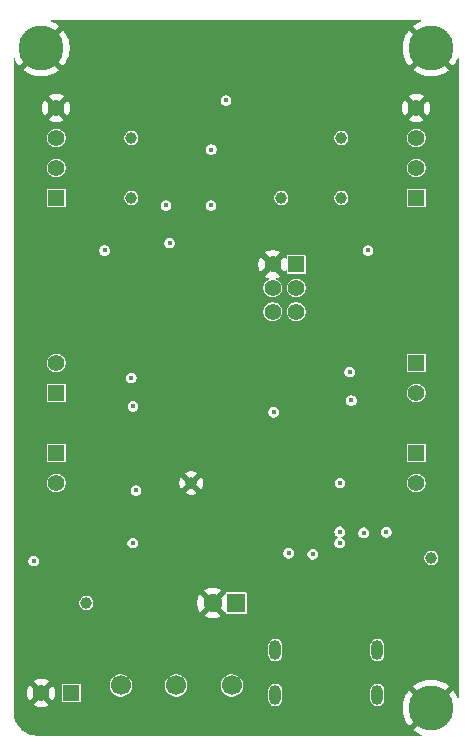
<source format=gbl>
G04 #@! TF.GenerationSoftware,KiCad,Pcbnew,9.0.0*
G04 #@! TF.CreationDate,2025-03-07T13:21:57-06:00*
G04 #@! TF.ProjectId,robo-roach-v1.0,726f626f-2d72-46f6-9163-682d76312e30,rev?*
G04 #@! TF.SameCoordinates,Original*
G04 #@! TF.FileFunction,Copper,L4,Bot*
G04 #@! TF.FilePolarity,Positive*
%FSLAX46Y46*%
G04 Gerber Fmt 4.6, Leading zero omitted, Abs format (unit mm)*
G04 Created by KiCad (PCBNEW 9.0.0) date 2025-03-07 13:21:57*
%MOMM*%
%LPD*%
G01*
G04 APERTURE LIST*
G04 #@! TA.AperFunction,ComponentPad*
%ADD10C,3.800000*%
G04 #@! TD*
G04 #@! TA.AperFunction,HeatsinkPad*
%ADD11O,1.000000X1.700000*%
G04 #@! TD*
G04 #@! TA.AperFunction,ComponentPad*
%ADD12R,1.600000X1.600000*%
G04 #@! TD*
G04 #@! TA.AperFunction,ComponentPad*
%ADD13C,1.600000*%
G04 #@! TD*
G04 #@! TA.AperFunction,ComponentPad*
%ADD14C,1.000000*%
G04 #@! TD*
G04 #@! TA.AperFunction,ComponentPad*
%ADD15R,1.400000X1.400000*%
G04 #@! TD*
G04 #@! TA.AperFunction,ComponentPad*
%ADD16C,1.400000*%
G04 #@! TD*
G04 #@! TA.AperFunction,ComponentPad*
%ADD17C,1.700000*%
G04 #@! TD*
G04 #@! TA.AperFunction,ViaPad*
%ADD18C,0.400000*%
G04 #@! TD*
G04 APERTURE END LIST*
D10*
X162560000Y-134620000D03*
X162560000Y-78740000D03*
X129540000Y-78740000D03*
D11*
X157990000Y-133515000D03*
X157990000Y-129715000D03*
X149350000Y-133515000D03*
X149350000Y-129715000D03*
D12*
X146050000Y-125730000D03*
D13*
X144050000Y-125730000D03*
D14*
X142240000Y-115570000D03*
X137160000Y-86360000D03*
X154940000Y-86360000D03*
X154940000Y-91440000D03*
X137160000Y-91440000D03*
X162560000Y-121920000D03*
X133350000Y-125730000D03*
X149860000Y-91440000D03*
D15*
X151130000Y-97060000D03*
D16*
X151130000Y-99060000D03*
X151130000Y-101060000D03*
X149130000Y-97060000D03*
X149130000Y-99060000D03*
X149130000Y-101060000D03*
X130810000Y-115570000D03*
D15*
X130810000Y-113030000D03*
D17*
X145670000Y-132715000D03*
X140970000Y-132715000D03*
X136270000Y-132715000D03*
D15*
X161290000Y-113030000D03*
D16*
X161290000Y-115570000D03*
D15*
X130810000Y-107950000D03*
D16*
X130810000Y-105410000D03*
D15*
X161290000Y-105410000D03*
D16*
X161290000Y-107950000D03*
D15*
X130810000Y-91440000D03*
D16*
X130810000Y-88900000D03*
X130810000Y-86360000D03*
X130810000Y-83820000D03*
D15*
X161290000Y-91440000D03*
D16*
X161290000Y-88900000D03*
X161290000Y-86360000D03*
X161290000Y-83820000D03*
D15*
X132080000Y-133350000D03*
D16*
X129540000Y-133350000D03*
D18*
X137160000Y-106680000D03*
X137310000Y-109085000D03*
X138735000Y-108085000D03*
X138885000Y-106680000D03*
X137567500Y-116205000D03*
X128905000Y-122165000D03*
X137292500Y-120650000D03*
X150495000Y-121512500D03*
X152532500Y-121600000D03*
X154807500Y-119700000D03*
X154832500Y-115570000D03*
X155802500Y-108585000D03*
X154077500Y-108585000D03*
X155652500Y-106180000D03*
X154227500Y-107180000D03*
X154807500Y-120650000D03*
X158750000Y-119737500D03*
X156845000Y-119787500D03*
X149225000Y-109577500D03*
X148162500Y-86685000D03*
X143937500Y-87335000D03*
X148162500Y-85385000D03*
X143937500Y-86035000D03*
X145187500Y-83185000D03*
X157202500Y-95885000D03*
X134897500Y-95885000D03*
X143917500Y-92075000D03*
X140107500Y-92075000D03*
X140400000Y-95250000D03*
X146912500Y-83185000D03*
X145642500Y-92075000D03*
X141832500Y-92075000D03*
X139292500Y-116205000D03*
X139567500Y-120650000D03*
X135255000Y-121562500D03*
X141605000Y-121512500D03*
X137517500Y-123825000D03*
X150920000Y-129535000D03*
X156420000Y-129535000D03*
X157757500Y-127000000D03*
X149582500Y-127000000D03*
X152757500Y-123825000D03*
X152532500Y-120650000D03*
X150495000Y-119787500D03*
X156845000Y-121512500D03*
X143830000Y-109552500D03*
X143867500Y-107315000D03*
X134922500Y-98110000D03*
X145350000Y-95250000D03*
X157177500Y-100010000D03*
G04 #@! TA.AperFunction,Conductor*
G36*
X161725578Y-76414852D02*
G01*
X161739930Y-76449500D01*
X161725578Y-76484148D01*
X161707114Y-76495750D01*
X161640107Y-76519196D01*
X161640101Y-76519199D01*
X161397257Y-76636147D01*
X161397247Y-76636152D01*
X161169001Y-76779567D01*
X161048899Y-76875345D01*
X161977263Y-77803709D01*
X161843398Y-77900967D01*
X161720967Y-78023398D01*
X161623709Y-78157263D01*
X160695345Y-77228899D01*
X160599567Y-77349001D01*
X160456152Y-77577247D01*
X160456147Y-77577257D01*
X160339199Y-77820101D01*
X160339196Y-77820107D01*
X160250163Y-78074550D01*
X160190180Y-78337356D01*
X160190180Y-78337360D01*
X160160000Y-78605218D01*
X160160000Y-78874781D01*
X160190180Y-79142639D01*
X160190180Y-79142643D01*
X160250163Y-79405449D01*
X160339196Y-79659892D01*
X160339199Y-79659898D01*
X160456147Y-79902742D01*
X160456152Y-79902752D01*
X160599567Y-80130998D01*
X160695345Y-80251099D01*
X161623708Y-79322736D01*
X161720967Y-79456602D01*
X161843398Y-79579033D01*
X161977262Y-79676290D01*
X161048899Y-80604653D01*
X161169001Y-80700432D01*
X161397247Y-80843847D01*
X161397257Y-80843852D01*
X161640101Y-80960800D01*
X161640107Y-80960803D01*
X161894550Y-81049836D01*
X161894549Y-81049836D01*
X162157358Y-81109819D01*
X162425218Y-81140000D01*
X162694782Y-81140000D01*
X162962639Y-81109819D01*
X162962643Y-81109819D01*
X163225449Y-81049836D01*
X163479892Y-80960803D01*
X163479898Y-80960800D01*
X163722742Y-80843852D01*
X163722752Y-80843847D01*
X163951000Y-80700430D01*
X163951007Y-80700426D01*
X164071098Y-80604654D01*
X164071099Y-80604653D01*
X163142736Y-79676290D01*
X163276602Y-79579033D01*
X163399033Y-79456602D01*
X163496290Y-79322736D01*
X164424653Y-80251099D01*
X164424654Y-80251098D01*
X164520426Y-80131007D01*
X164520430Y-80131000D01*
X164663847Y-79902752D01*
X164663852Y-79902742D01*
X164780800Y-79659898D01*
X164780803Y-79659892D01*
X164804250Y-79592885D01*
X164829240Y-79564922D01*
X164866684Y-79562819D01*
X164894647Y-79587809D01*
X164899500Y-79609069D01*
X164899500Y-133750930D01*
X164885148Y-133785578D01*
X164850500Y-133799930D01*
X164815852Y-133785578D01*
X164804250Y-133767114D01*
X164780803Y-133700107D01*
X164780800Y-133700101D01*
X164663852Y-133457257D01*
X164663847Y-133457247D01*
X164520432Y-133229001D01*
X164424653Y-133108899D01*
X163496290Y-134037262D01*
X163399033Y-133903398D01*
X163276602Y-133780967D01*
X163142735Y-133683708D01*
X164071099Y-132755345D01*
X163950998Y-132659567D01*
X163722752Y-132516152D01*
X163722742Y-132516147D01*
X163479898Y-132399199D01*
X163479892Y-132399196D01*
X163225449Y-132310163D01*
X163225450Y-132310163D01*
X162962641Y-132250180D01*
X162694782Y-132220000D01*
X162425218Y-132220000D01*
X162157360Y-132250180D01*
X162157356Y-132250180D01*
X161894550Y-132310163D01*
X161640107Y-132399196D01*
X161640101Y-132399199D01*
X161397257Y-132516147D01*
X161397247Y-132516152D01*
X161169001Y-132659567D01*
X161048899Y-132755345D01*
X161977263Y-133683709D01*
X161843398Y-133780967D01*
X161720967Y-133903398D01*
X161623709Y-134037263D01*
X160695345Y-133108899D01*
X160599567Y-133229001D01*
X160456152Y-133457247D01*
X160456147Y-133457257D01*
X160339199Y-133700101D01*
X160339196Y-133700107D01*
X160250163Y-133954550D01*
X160190180Y-134217356D01*
X160190180Y-134217360D01*
X160160000Y-134485218D01*
X160160000Y-134754781D01*
X160190180Y-135022639D01*
X160190180Y-135022643D01*
X160250163Y-135285449D01*
X160339196Y-135539892D01*
X160339199Y-135539898D01*
X160456147Y-135782742D01*
X160456152Y-135782752D01*
X160599567Y-136010998D01*
X160695345Y-136131099D01*
X161623708Y-135202736D01*
X161720967Y-135336602D01*
X161843398Y-135459033D01*
X161977262Y-135556290D01*
X161048899Y-136484653D01*
X161169001Y-136580432D01*
X161397247Y-136723847D01*
X161397257Y-136723852D01*
X161640101Y-136840800D01*
X161640107Y-136840803D01*
X161707114Y-136864250D01*
X161735078Y-136889240D01*
X161737180Y-136926684D01*
X161712190Y-136954648D01*
X161690930Y-136959500D01*
X129201603Y-136959500D01*
X129198398Y-136959395D01*
X128942213Y-136942603D01*
X128935864Y-136941767D01*
X128685636Y-136891994D01*
X128679457Y-136890339D01*
X128437862Y-136808328D01*
X128431941Y-136805875D01*
X128203129Y-136693038D01*
X128197582Y-136689835D01*
X128033849Y-136580432D01*
X127985451Y-136548093D01*
X127980366Y-136544191D01*
X127788554Y-136375977D01*
X127784022Y-136371445D01*
X127615808Y-136179633D01*
X127611906Y-136174548D01*
X127582874Y-136131099D01*
X127470161Y-135962413D01*
X127466966Y-135956878D01*
X127354122Y-135728054D01*
X127351671Y-135722137D01*
X127323589Y-135639410D01*
X127269657Y-135480534D01*
X127268007Y-135474373D01*
X127218229Y-135224122D01*
X127217396Y-135217786D01*
X127200605Y-134961601D01*
X127200500Y-134958396D01*
X127200500Y-134357883D01*
X128885669Y-134357883D01*
X128911063Y-134376331D01*
X129079361Y-134462084D01*
X129258998Y-134520451D01*
X129259001Y-134520452D01*
X129445559Y-134550000D01*
X129634441Y-134550000D01*
X129820998Y-134520452D01*
X129821001Y-134520451D01*
X130000638Y-134462084D01*
X130168933Y-134376333D01*
X130194328Y-134357882D01*
X129540000Y-133703554D01*
X128885669Y-134357883D01*
X127200500Y-134357883D01*
X127200500Y-133255558D01*
X128340000Y-133255558D01*
X128340000Y-133444441D01*
X128369547Y-133630998D01*
X128369548Y-133631001D01*
X128427915Y-133810638D01*
X128513669Y-133978939D01*
X128513671Y-133978943D01*
X128532115Y-134004328D01*
X128532116Y-134004328D01*
X129186446Y-133350000D01*
X129186446Y-133349999D01*
X129140369Y-133303922D01*
X129190000Y-133303922D01*
X129190000Y-133396078D01*
X129213852Y-133485095D01*
X129259930Y-133564905D01*
X129325095Y-133630070D01*
X129404905Y-133676148D01*
X129493922Y-133700000D01*
X129586078Y-133700000D01*
X129675095Y-133676148D01*
X129754905Y-133630070D01*
X129820070Y-133564905D01*
X129866148Y-133485095D01*
X129890000Y-133396078D01*
X129890000Y-133349999D01*
X129893554Y-133349999D01*
X129893554Y-133350000D01*
X130547882Y-134004328D01*
X130566333Y-133978933D01*
X130652084Y-133810638D01*
X130710451Y-133631001D01*
X130710452Y-133630998D01*
X130740000Y-133444441D01*
X130740000Y-133255558D01*
X130710452Y-133069001D01*
X130710451Y-133068998D01*
X130652084Y-132889361D01*
X130566331Y-132721063D01*
X130547883Y-132695669D01*
X129893554Y-133349999D01*
X129890000Y-133349999D01*
X129890000Y-133303922D01*
X129866148Y-133214905D01*
X129820070Y-133135095D01*
X129754905Y-133069930D01*
X129675095Y-133023852D01*
X129586078Y-133000000D01*
X129493922Y-133000000D01*
X129404905Y-133023852D01*
X129325095Y-133069930D01*
X129259930Y-133135095D01*
X129213852Y-133214905D01*
X129190000Y-133303922D01*
X129140369Y-133303922D01*
X128532117Y-132695670D01*
X128513666Y-132721066D01*
X128427915Y-132889361D01*
X128369548Y-133068998D01*
X128369547Y-133069001D01*
X128340000Y-133255558D01*
X127200500Y-133255558D01*
X127200500Y-132342117D01*
X128885670Y-132342117D01*
X129539999Y-132996445D01*
X129896350Y-132640095D01*
X131279500Y-132640095D01*
X131279500Y-134059894D01*
X131279501Y-134059898D01*
X131285331Y-134089213D01*
X131285331Y-134089214D01*
X131285332Y-134089215D01*
X131285332Y-134089216D01*
X131307542Y-134122456D01*
X131307543Y-134122457D01*
X131340787Y-134144669D01*
X131370101Y-134150500D01*
X132789898Y-134150499D01*
X132819213Y-134144669D01*
X132852457Y-134122457D01*
X132874669Y-134089213D01*
X132880500Y-134059899D01*
X132880499Y-132640102D01*
X132876776Y-132621384D01*
X135319500Y-132621384D01*
X135319500Y-132808616D01*
X135335561Y-132889361D01*
X135356026Y-132992248D01*
X135356029Y-132992258D01*
X135427675Y-133165225D01*
X135427676Y-133165227D01*
X135427678Y-133165231D01*
X135531698Y-133320908D01*
X135664092Y-133453302D01*
X135819769Y-133557322D01*
X135819774Y-133557324D01*
X135992741Y-133628970D01*
X135992743Y-133628970D01*
X135992749Y-133628973D01*
X136176384Y-133665500D01*
X136176387Y-133665500D01*
X136363613Y-133665500D01*
X136363616Y-133665500D01*
X136547251Y-133628973D01*
X136720231Y-133557322D01*
X136875908Y-133453302D01*
X137008302Y-133320908D01*
X137112322Y-133165231D01*
X137183973Y-132992251D01*
X137220500Y-132808616D01*
X137220500Y-132621384D01*
X140019500Y-132621384D01*
X140019500Y-132808616D01*
X140035561Y-132889361D01*
X140056026Y-132992248D01*
X140056029Y-132992258D01*
X140127675Y-133165225D01*
X140127676Y-133165227D01*
X140127678Y-133165231D01*
X140231698Y-133320908D01*
X140364092Y-133453302D01*
X140519769Y-133557322D01*
X140519774Y-133557324D01*
X140692741Y-133628970D01*
X140692743Y-133628970D01*
X140692749Y-133628973D01*
X140876384Y-133665500D01*
X140876387Y-133665500D01*
X141063613Y-133665500D01*
X141063616Y-133665500D01*
X141247251Y-133628973D01*
X141420231Y-133557322D01*
X141575908Y-133453302D01*
X141708302Y-133320908D01*
X141812322Y-133165231D01*
X141883973Y-132992251D01*
X141920500Y-132808616D01*
X141920500Y-132621384D01*
X144719500Y-132621384D01*
X144719500Y-132808616D01*
X144735561Y-132889361D01*
X144756026Y-132992248D01*
X144756029Y-132992258D01*
X144827675Y-133165225D01*
X144827676Y-133165227D01*
X144827678Y-133165231D01*
X144931698Y-133320908D01*
X145064092Y-133453302D01*
X145219769Y-133557322D01*
X145219774Y-133557324D01*
X145392741Y-133628970D01*
X145392743Y-133628970D01*
X145392749Y-133628973D01*
X145576384Y-133665500D01*
X145576387Y-133665500D01*
X145763613Y-133665500D01*
X145763616Y-133665500D01*
X145947251Y-133628973D01*
X146120231Y-133557322D01*
X146275908Y-133453302D01*
X146408302Y-133320908D01*
X146512322Y-133165231D01*
X146545166Y-133085939D01*
X148749500Y-133085939D01*
X148749500Y-133944060D01*
X148790422Y-134096782D01*
X148790423Y-134096786D01*
X148869475Y-134233709D01*
X148869478Y-134233713D01*
X148869480Y-134233716D01*
X148981284Y-134345520D01*
X148981287Y-134345521D01*
X148981290Y-134345524D01*
X149118213Y-134424576D01*
X149118215Y-134424576D01*
X149118216Y-134424577D01*
X149162766Y-134436514D01*
X149270939Y-134465499D01*
X149270940Y-134465500D01*
X149270943Y-134465500D01*
X149429060Y-134465500D01*
X149429060Y-134465499D01*
X149581784Y-134424577D01*
X149718716Y-134345520D01*
X149830520Y-134233716D01*
X149878565Y-134150499D01*
X149909576Y-134096786D01*
X149909576Y-134096785D01*
X149909577Y-134096784D01*
X149950499Y-133944060D01*
X149950500Y-133944060D01*
X149950500Y-133085940D01*
X149950499Y-133085939D01*
X157389500Y-133085939D01*
X157389500Y-133944060D01*
X157430422Y-134096782D01*
X157430423Y-134096786D01*
X157509475Y-134233709D01*
X157509478Y-134233713D01*
X157509480Y-134233716D01*
X157621284Y-134345520D01*
X157621287Y-134345521D01*
X157621290Y-134345524D01*
X157758213Y-134424576D01*
X157758215Y-134424576D01*
X157758216Y-134424577D01*
X157802766Y-134436514D01*
X157910939Y-134465499D01*
X157910940Y-134465500D01*
X157910943Y-134465500D01*
X158069060Y-134465500D01*
X158069060Y-134465499D01*
X158103406Y-134456295D01*
X158177236Y-134436514D01*
X158196851Y-134431257D01*
X158221784Y-134424577D01*
X158358716Y-134345520D01*
X158470520Y-134233716D01*
X158518565Y-134150499D01*
X158549576Y-134096786D01*
X158549576Y-134096785D01*
X158549577Y-134096784D01*
X158590499Y-133944060D01*
X158590500Y-133944060D01*
X158590500Y-133085940D01*
X158590499Y-133085939D01*
X158565395Y-132992251D01*
X158549577Y-132933216D01*
X158549576Y-132933215D01*
X158549576Y-132933213D01*
X158472083Y-132798990D01*
X158470524Y-132796290D01*
X158470521Y-132796287D01*
X158470520Y-132796284D01*
X158358716Y-132684480D01*
X158358713Y-132684478D01*
X158358709Y-132684475D01*
X158221786Y-132605423D01*
X158221782Y-132605422D01*
X158069060Y-132564500D01*
X158069057Y-132564500D01*
X157910943Y-132564500D01*
X157910940Y-132564500D01*
X157758217Y-132605422D01*
X157758213Y-132605423D01*
X157621290Y-132684475D01*
X157621281Y-132684482D01*
X157509482Y-132796281D01*
X157509475Y-132796290D01*
X157430423Y-132933213D01*
X157430422Y-132933217D01*
X157389500Y-133085939D01*
X149950499Y-133085939D01*
X149925395Y-132992251D01*
X149909577Y-132933216D01*
X149909576Y-132933215D01*
X149909576Y-132933213D01*
X149830524Y-132796290D01*
X149830521Y-132796287D01*
X149830520Y-132796284D01*
X149718716Y-132684480D01*
X149718713Y-132684478D01*
X149718709Y-132684475D01*
X149581786Y-132605423D01*
X149581782Y-132605422D01*
X149429060Y-132564500D01*
X149429057Y-132564500D01*
X149270943Y-132564500D01*
X149270940Y-132564500D01*
X149118217Y-132605422D01*
X149118213Y-132605423D01*
X148981290Y-132684475D01*
X148981281Y-132684482D01*
X148869482Y-132796281D01*
X148869475Y-132796290D01*
X148790423Y-132933213D01*
X148790422Y-132933217D01*
X148749500Y-133085939D01*
X146545166Y-133085939D01*
X146583973Y-132992251D01*
X146620500Y-132808616D01*
X146620500Y-132621384D01*
X146583973Y-132437749D01*
X146512322Y-132264769D01*
X146408302Y-132109092D01*
X146275908Y-131976698D01*
X146120231Y-131872678D01*
X146120227Y-131872676D01*
X146120225Y-131872675D01*
X145947258Y-131801029D01*
X145947248Y-131801026D01*
X145873194Y-131786296D01*
X145763616Y-131764500D01*
X145576384Y-131764500D01*
X145484986Y-131782680D01*
X145392751Y-131801026D01*
X145392741Y-131801029D01*
X145219774Y-131872675D01*
X145219770Y-131872677D01*
X145219769Y-131872678D01*
X145180195Y-131899120D01*
X145064092Y-131976697D01*
X144931697Y-132109092D01*
X144827675Y-132264774D01*
X144756029Y-132437741D01*
X144756026Y-132437751D01*
X144740433Y-132516147D01*
X144719500Y-132621384D01*
X141920500Y-132621384D01*
X141883973Y-132437749D01*
X141812322Y-132264769D01*
X141708302Y-132109092D01*
X141575908Y-131976698D01*
X141420231Y-131872678D01*
X141420227Y-131872676D01*
X141420225Y-131872675D01*
X141247258Y-131801029D01*
X141247248Y-131801026D01*
X141173194Y-131786296D01*
X141063616Y-131764500D01*
X140876384Y-131764500D01*
X140784986Y-131782680D01*
X140692751Y-131801026D01*
X140692741Y-131801029D01*
X140519774Y-131872675D01*
X140519770Y-131872677D01*
X140519769Y-131872678D01*
X140480195Y-131899120D01*
X140364092Y-131976697D01*
X140231697Y-132109092D01*
X140127675Y-132264774D01*
X140056029Y-132437741D01*
X140056026Y-132437751D01*
X140040433Y-132516147D01*
X140019500Y-132621384D01*
X137220500Y-132621384D01*
X137183973Y-132437749D01*
X137112322Y-132264769D01*
X137008302Y-132109092D01*
X136875908Y-131976698D01*
X136720231Y-131872678D01*
X136720227Y-131872676D01*
X136720225Y-131872675D01*
X136547258Y-131801029D01*
X136547248Y-131801026D01*
X136473194Y-131786296D01*
X136363616Y-131764500D01*
X136176384Y-131764500D01*
X136084986Y-131782680D01*
X135992751Y-131801026D01*
X135992741Y-131801029D01*
X135819774Y-131872675D01*
X135819770Y-131872677D01*
X135819769Y-131872678D01*
X135780195Y-131899120D01*
X135664092Y-131976697D01*
X135531697Y-132109092D01*
X135427675Y-132264774D01*
X135356029Y-132437741D01*
X135356026Y-132437751D01*
X135340433Y-132516147D01*
X135319500Y-132621384D01*
X132876776Y-132621384D01*
X132874669Y-132610787D01*
X132874667Y-132610784D01*
X132874667Y-132610783D01*
X132852457Y-132577543D01*
X132819212Y-132555330D01*
X132789901Y-132549500D01*
X131370105Y-132549500D01*
X131370104Y-132549500D01*
X131370102Y-132549501D01*
X131340787Y-132555331D01*
X131340786Y-132555331D01*
X131340784Y-132555332D01*
X131340783Y-132555332D01*
X131307543Y-132577542D01*
X131285330Y-132610786D01*
X131285330Y-132610787D01*
X131279500Y-132640095D01*
X129896350Y-132640095D01*
X129933399Y-132603046D01*
X130194328Y-132342116D01*
X130194328Y-132342115D01*
X130168943Y-132323671D01*
X130168939Y-132323669D01*
X130000638Y-132237915D01*
X129821001Y-132179548D01*
X129820998Y-132179547D01*
X129634441Y-132150000D01*
X129445559Y-132150000D01*
X129259001Y-132179547D01*
X129258998Y-132179548D01*
X129079361Y-132237915D01*
X128911066Y-132323666D01*
X128885670Y-132342117D01*
X127200500Y-132342117D01*
X127200500Y-129285939D01*
X148749500Y-129285939D01*
X148749500Y-130144060D01*
X148790422Y-130296782D01*
X148790423Y-130296786D01*
X148869475Y-130433709D01*
X148869478Y-130433713D01*
X148869480Y-130433716D01*
X148981284Y-130545520D01*
X148981287Y-130545521D01*
X148981290Y-130545524D01*
X149118213Y-130624576D01*
X149118215Y-130624576D01*
X149118216Y-130624577D01*
X149238665Y-130656851D01*
X149270939Y-130665499D01*
X149270940Y-130665500D01*
X149270943Y-130665500D01*
X149429060Y-130665500D01*
X149429060Y-130665499D01*
X149581784Y-130624577D01*
X149718716Y-130545520D01*
X149830520Y-130433716D01*
X149909577Y-130296784D01*
X149950499Y-130144060D01*
X149950500Y-130144060D01*
X149950500Y-129285940D01*
X149950499Y-129285939D01*
X157389500Y-129285939D01*
X157389500Y-130144060D01*
X157430422Y-130296782D01*
X157430423Y-130296786D01*
X157509475Y-130433709D01*
X157509478Y-130433713D01*
X157509480Y-130433716D01*
X157621284Y-130545520D01*
X157621287Y-130545521D01*
X157621290Y-130545524D01*
X157758213Y-130624576D01*
X157758215Y-130624576D01*
X157758216Y-130624577D01*
X157878665Y-130656851D01*
X157910939Y-130665499D01*
X157910940Y-130665500D01*
X157910943Y-130665500D01*
X158069060Y-130665500D01*
X158069060Y-130665499D01*
X158221784Y-130624577D01*
X158358716Y-130545520D01*
X158470520Y-130433716D01*
X158549577Y-130296784D01*
X158590499Y-130144060D01*
X158590500Y-130144060D01*
X158590500Y-129285940D01*
X158590499Y-129285939D01*
X158549577Y-129133217D01*
X158549576Y-129133213D01*
X158470524Y-128996290D01*
X158470521Y-128996287D01*
X158470520Y-128996284D01*
X158358716Y-128884480D01*
X158358713Y-128884478D01*
X158358709Y-128884475D01*
X158221786Y-128805423D01*
X158221782Y-128805422D01*
X158069060Y-128764500D01*
X158069057Y-128764500D01*
X157910943Y-128764500D01*
X157910940Y-128764500D01*
X157758217Y-128805422D01*
X157758213Y-128805423D01*
X157621290Y-128884475D01*
X157621281Y-128884482D01*
X157509482Y-128996281D01*
X157509475Y-128996290D01*
X157430423Y-129133213D01*
X157430422Y-129133217D01*
X157389500Y-129285939D01*
X149950499Y-129285939D01*
X149909577Y-129133217D01*
X149909576Y-129133213D01*
X149830524Y-128996290D01*
X149830521Y-128996287D01*
X149830520Y-128996284D01*
X149718716Y-128884480D01*
X149718713Y-128884478D01*
X149718709Y-128884475D01*
X149581786Y-128805423D01*
X149581782Y-128805422D01*
X149429060Y-128764500D01*
X149429057Y-128764500D01*
X149270943Y-128764500D01*
X149270940Y-128764500D01*
X149118217Y-128805422D01*
X149118213Y-128805423D01*
X148981290Y-128884475D01*
X148981281Y-128884482D01*
X148869482Y-128996281D01*
X148869475Y-128996290D01*
X148790423Y-129133213D01*
X148790422Y-129133217D01*
X148749500Y-129285939D01*
X127200500Y-129285939D01*
X127200500Y-125650939D01*
X132749500Y-125650939D01*
X132749500Y-125809060D01*
X132790422Y-125961782D01*
X132790423Y-125961786D01*
X132869475Y-126098709D01*
X132869478Y-126098713D01*
X132869480Y-126098716D01*
X132981284Y-126210520D01*
X132981287Y-126210521D01*
X132981290Y-126210524D01*
X133118213Y-126289576D01*
X133118215Y-126289576D01*
X133118216Y-126289577D01*
X133238665Y-126321851D01*
X133270939Y-126330499D01*
X133270940Y-126330500D01*
X133270943Y-126330500D01*
X133429060Y-126330500D01*
X133429060Y-126330499D01*
X133581784Y-126289577D01*
X133718716Y-126210520D01*
X133830520Y-126098716D01*
X133909577Y-125961784D01*
X133950499Y-125809060D01*
X133950500Y-125809060D01*
X133950500Y-125650940D01*
X133950499Y-125650939D01*
X133947152Y-125638445D01*
X133944270Y-125627688D01*
X142750000Y-125627688D01*
X142750000Y-125832311D01*
X142782009Y-126034414D01*
X142782010Y-126034417D01*
X142845243Y-126229028D01*
X142938138Y-126411346D01*
X142938139Y-126411348D01*
X142970524Y-126455921D01*
X143650000Y-125776445D01*
X143650000Y-125782661D01*
X143677259Y-125884394D01*
X143729920Y-125975606D01*
X143804394Y-126050080D01*
X143895606Y-126102741D01*
X143997339Y-126130000D01*
X144003553Y-126130000D01*
X143324076Y-126809475D01*
X143368653Y-126841861D01*
X143550971Y-126934756D01*
X143745582Y-126997989D01*
X143745585Y-126997990D01*
X143947689Y-127030000D01*
X144152311Y-127030000D01*
X144354414Y-126997990D01*
X144354417Y-126997989D01*
X144549028Y-126934756D01*
X144731343Y-126841863D01*
X144775921Y-126809474D01*
X144096447Y-126130000D01*
X144102661Y-126130000D01*
X144204394Y-126102741D01*
X144295606Y-126050080D01*
X144370080Y-125975606D01*
X144422741Y-125884394D01*
X144450000Y-125782661D01*
X144450000Y-125776447D01*
X145135148Y-126461595D01*
X145149500Y-126496242D01*
X145149500Y-126539894D01*
X145149501Y-126539898D01*
X145155331Y-126569213D01*
X145155331Y-126569214D01*
X145155332Y-126569215D01*
X145155332Y-126569216D01*
X145177542Y-126602456D01*
X145177543Y-126602457D01*
X145210787Y-126624669D01*
X145240101Y-126630500D01*
X146859898Y-126630499D01*
X146889213Y-126624669D01*
X146922457Y-126602457D01*
X146944669Y-126569213D01*
X146950500Y-126539899D01*
X146950499Y-124920102D01*
X146944669Y-124890787D01*
X146944667Y-124890784D01*
X146944667Y-124890783D01*
X146922457Y-124857543D01*
X146889212Y-124835330D01*
X146859901Y-124829500D01*
X145240105Y-124829500D01*
X145240104Y-124829500D01*
X145240102Y-124829501D01*
X145210787Y-124835331D01*
X145210786Y-124835331D01*
X145210784Y-124835332D01*
X145210783Y-124835332D01*
X145177543Y-124857542D01*
X145155330Y-124890786D01*
X145155330Y-124890787D01*
X145149500Y-124920095D01*
X145149500Y-124963756D01*
X145135148Y-124998404D01*
X144450000Y-125683552D01*
X144450000Y-125677339D01*
X144422741Y-125575606D01*
X144370080Y-125484394D01*
X144295606Y-125409920D01*
X144204394Y-125357259D01*
X144102661Y-125330000D01*
X144096445Y-125330000D01*
X144775921Y-124650524D01*
X144731348Y-124618139D01*
X144731346Y-124618138D01*
X144549028Y-124525243D01*
X144354417Y-124462010D01*
X144354414Y-124462009D01*
X144152311Y-124430000D01*
X143947689Y-124430000D01*
X143745585Y-124462009D01*
X143745582Y-124462010D01*
X143550971Y-124525243D01*
X143368653Y-124618138D01*
X143368644Y-124618143D01*
X143324077Y-124650523D01*
X143324077Y-124650524D01*
X144003553Y-125330000D01*
X143997339Y-125330000D01*
X143895606Y-125357259D01*
X143804394Y-125409920D01*
X143729920Y-125484394D01*
X143677259Y-125575606D01*
X143650000Y-125677339D01*
X143650000Y-125683553D01*
X142970524Y-125004077D01*
X142970523Y-125004077D01*
X142938143Y-125048644D01*
X142938138Y-125048653D01*
X142845243Y-125230971D01*
X142782010Y-125425582D01*
X142782009Y-125425585D01*
X142750000Y-125627688D01*
X133944270Y-125627688D01*
X133909577Y-125498217D01*
X133909576Y-125498213D01*
X133830524Y-125361290D01*
X133830521Y-125361287D01*
X133830520Y-125361284D01*
X133718716Y-125249480D01*
X133718713Y-125249478D01*
X133718709Y-125249475D01*
X133581786Y-125170423D01*
X133581782Y-125170422D01*
X133429060Y-125129500D01*
X133429057Y-125129500D01*
X133270943Y-125129500D01*
X133270940Y-125129500D01*
X133118217Y-125170422D01*
X133118213Y-125170423D01*
X132981290Y-125249475D01*
X132981281Y-125249482D01*
X132869482Y-125361281D01*
X132869475Y-125361290D01*
X132790423Y-125498213D01*
X132790422Y-125498217D01*
X132749500Y-125650939D01*
X127200500Y-125650939D01*
X127200500Y-122105688D01*
X128454500Y-122105688D01*
X128454500Y-122224311D01*
X128485200Y-122338884D01*
X128485201Y-122338887D01*
X128520788Y-122400524D01*
X128544511Y-122441613D01*
X128628387Y-122525489D01*
X128731114Y-122584799D01*
X128759758Y-122592474D01*
X128845688Y-122615500D01*
X128845691Y-122615500D01*
X128964311Y-122615500D01*
X129021597Y-122600149D01*
X129078886Y-122584799D01*
X129181613Y-122525489D01*
X129265489Y-122441613D01*
X129324799Y-122338886D01*
X129340149Y-122281597D01*
X129355500Y-122224311D01*
X129355500Y-122105688D01*
X129324799Y-121991115D01*
X129324798Y-121991112D01*
X129265488Y-121888386D01*
X129181613Y-121804511D01*
X129078887Y-121745201D01*
X129078884Y-121745200D01*
X128964312Y-121714500D01*
X128964309Y-121714500D01*
X128845691Y-121714500D01*
X128845688Y-121714500D01*
X128731115Y-121745200D01*
X128731112Y-121745201D01*
X128628386Y-121804511D01*
X128628386Y-121804512D01*
X128544512Y-121888386D01*
X128544511Y-121888386D01*
X128485201Y-121991112D01*
X128485200Y-121991115D01*
X128454500Y-122105688D01*
X127200500Y-122105688D01*
X127200500Y-121453188D01*
X150044500Y-121453188D01*
X150044500Y-121571811D01*
X150075200Y-121686384D01*
X150075201Y-121686387D01*
X150109158Y-121745201D01*
X150134511Y-121789113D01*
X150218387Y-121872989D01*
X150321114Y-121932299D01*
X150349758Y-121939974D01*
X150435688Y-121963000D01*
X150435691Y-121963000D01*
X150554311Y-121963000D01*
X150611597Y-121947649D01*
X150668886Y-121932299D01*
X150771613Y-121872989D01*
X150855489Y-121789113D01*
X150914799Y-121686386D01*
X150930149Y-121629097D01*
X150945500Y-121571811D01*
X150945500Y-121540688D01*
X152082000Y-121540688D01*
X152082000Y-121659311D01*
X152112700Y-121773884D01*
X152112701Y-121773887D01*
X152130383Y-121804512D01*
X152172011Y-121876613D01*
X152255887Y-121960489D01*
X152358614Y-122019799D01*
X152387258Y-122027474D01*
X152473188Y-122050500D01*
X152473191Y-122050500D01*
X152591811Y-122050500D01*
X152649097Y-122035149D01*
X152706386Y-122019799D01*
X152809113Y-121960489D01*
X152892989Y-121876613D01*
X152913586Y-121840939D01*
X161959500Y-121840939D01*
X161959500Y-121999060D01*
X162000422Y-122151782D01*
X162000423Y-122151786D01*
X162079475Y-122288709D01*
X162079478Y-122288713D01*
X162079480Y-122288716D01*
X162191284Y-122400520D01*
X162191287Y-122400521D01*
X162191290Y-122400524D01*
X162328213Y-122479576D01*
X162328215Y-122479576D01*
X162328216Y-122479577D01*
X162448665Y-122511851D01*
X162480939Y-122520499D01*
X162480940Y-122520500D01*
X162480943Y-122520500D01*
X162639060Y-122520500D01*
X162639060Y-122520499D01*
X162791784Y-122479577D01*
X162857539Y-122441614D01*
X162928709Y-122400524D01*
X162928708Y-122400524D01*
X162928716Y-122400520D01*
X163040520Y-122288716D01*
X163119577Y-122151784D01*
X163160499Y-121999060D01*
X163160500Y-121999060D01*
X163160500Y-121840940D01*
X163160499Y-121840939D01*
X163119577Y-121688217D01*
X163119576Y-121688213D01*
X163040524Y-121551290D01*
X163040521Y-121551287D01*
X163040520Y-121551284D01*
X162928716Y-121439480D01*
X162928713Y-121439478D01*
X162928709Y-121439475D01*
X162791786Y-121360423D01*
X162791782Y-121360422D01*
X162639060Y-121319500D01*
X162639057Y-121319500D01*
X162480943Y-121319500D01*
X162480940Y-121319500D01*
X162328217Y-121360422D01*
X162328213Y-121360423D01*
X162191290Y-121439475D01*
X162191281Y-121439482D01*
X162079482Y-121551281D01*
X162079475Y-121551290D01*
X162000423Y-121688213D01*
X162000422Y-121688217D01*
X161959500Y-121840939D01*
X152913586Y-121840939D01*
X152952299Y-121773886D01*
X152975254Y-121688217D01*
X152983000Y-121659311D01*
X152983000Y-121540688D01*
X152959554Y-121453191D01*
X152952299Y-121426114D01*
X152892989Y-121323387D01*
X152809113Y-121239511D01*
X152802834Y-121235886D01*
X152706387Y-121180201D01*
X152706384Y-121180200D01*
X152591812Y-121149500D01*
X152591809Y-121149500D01*
X152473191Y-121149500D01*
X152473188Y-121149500D01*
X152358615Y-121180200D01*
X152358612Y-121180201D01*
X152255886Y-121239511D01*
X152255886Y-121239512D01*
X152172012Y-121323386D01*
X152172011Y-121323386D01*
X152112701Y-121426112D01*
X152112700Y-121426115D01*
X152082000Y-121540688D01*
X150945500Y-121540688D01*
X150945500Y-121453188D01*
X150914799Y-121338615D01*
X150914798Y-121338612D01*
X150855488Y-121235886D01*
X150771613Y-121152011D01*
X150668887Y-121092701D01*
X150668884Y-121092700D01*
X150554312Y-121062000D01*
X150554309Y-121062000D01*
X150435691Y-121062000D01*
X150435688Y-121062000D01*
X150321115Y-121092700D01*
X150321112Y-121092701D01*
X150218386Y-121152011D01*
X150218386Y-121152012D01*
X150134512Y-121235886D01*
X150134511Y-121235886D01*
X150075201Y-121338612D01*
X150075200Y-121338615D01*
X150044500Y-121453188D01*
X127200500Y-121453188D01*
X127200500Y-120590688D01*
X136842000Y-120590688D01*
X136842000Y-120709311D01*
X136872700Y-120823884D01*
X136872701Y-120823887D01*
X136932011Y-120926613D01*
X137015887Y-121010489D01*
X137118614Y-121069799D01*
X137147258Y-121077474D01*
X137233188Y-121100500D01*
X137233191Y-121100500D01*
X137351811Y-121100500D01*
X137409097Y-121085149D01*
X137466386Y-121069799D01*
X137569113Y-121010489D01*
X137652989Y-120926613D01*
X137712299Y-120823886D01*
X137727649Y-120766597D01*
X137743000Y-120709311D01*
X137743000Y-120590688D01*
X137712299Y-120476115D01*
X137712298Y-120476112D01*
X137652988Y-120373386D01*
X137569113Y-120289511D01*
X137466387Y-120230201D01*
X137466384Y-120230200D01*
X137351812Y-120199500D01*
X137351809Y-120199500D01*
X137233191Y-120199500D01*
X137233188Y-120199500D01*
X137118615Y-120230200D01*
X137118612Y-120230201D01*
X137015886Y-120289511D01*
X137015886Y-120289512D01*
X136932012Y-120373386D01*
X136932011Y-120373386D01*
X136872701Y-120476112D01*
X136872700Y-120476115D01*
X136842000Y-120590688D01*
X127200500Y-120590688D01*
X127200500Y-119640688D01*
X154357000Y-119640688D01*
X154357000Y-119759311D01*
X154387700Y-119873884D01*
X154387701Y-119873887D01*
X154409352Y-119911387D01*
X154447011Y-119976613D01*
X154530887Y-120060489D01*
X154633614Y-120119799D01*
X154653750Y-120125194D01*
X154662988Y-120127670D01*
X154692740Y-120150500D01*
X154697635Y-120187683D01*
X154674805Y-120217435D01*
X154662988Y-120222330D01*
X154633613Y-120230201D01*
X154633612Y-120230201D01*
X154530886Y-120289511D01*
X154530886Y-120289512D01*
X154447012Y-120373386D01*
X154447011Y-120373386D01*
X154387701Y-120476112D01*
X154387700Y-120476115D01*
X154357000Y-120590688D01*
X154357000Y-120709311D01*
X154387700Y-120823884D01*
X154387701Y-120823887D01*
X154447011Y-120926613D01*
X154530887Y-121010489D01*
X154633614Y-121069799D01*
X154662258Y-121077474D01*
X154748188Y-121100500D01*
X154748191Y-121100500D01*
X154866811Y-121100500D01*
X154924097Y-121085149D01*
X154981386Y-121069799D01*
X155084113Y-121010489D01*
X155167989Y-120926613D01*
X155227299Y-120823886D01*
X155242649Y-120766597D01*
X155258000Y-120709311D01*
X155258000Y-120590688D01*
X155227299Y-120476115D01*
X155227298Y-120476112D01*
X155167988Y-120373386D01*
X155084113Y-120289511D01*
X154981387Y-120230201D01*
X154981384Y-120230200D01*
X154952012Y-120222330D01*
X154922259Y-120199500D01*
X154917364Y-120162318D01*
X154940194Y-120132565D01*
X154952012Y-120127670D01*
X154960362Y-120125432D01*
X154981386Y-120119799D01*
X155084113Y-120060489D01*
X155167989Y-119976613D01*
X155227299Y-119873886D01*
X155247952Y-119796809D01*
X155258000Y-119759311D01*
X155258000Y-119728188D01*
X156394500Y-119728188D01*
X156394500Y-119846811D01*
X156425200Y-119961384D01*
X156425201Y-119961387D01*
X156455643Y-120014113D01*
X156484511Y-120064113D01*
X156568387Y-120147989D01*
X156671114Y-120207299D01*
X156699758Y-120214974D01*
X156785688Y-120238000D01*
X156785691Y-120238000D01*
X156904311Y-120238000D01*
X156962790Y-120222330D01*
X157018886Y-120207299D01*
X157121613Y-120147989D01*
X157205489Y-120064113D01*
X157264799Y-119961386D01*
X157280149Y-119904097D01*
X157295500Y-119846811D01*
X157295500Y-119728188D01*
X157295499Y-119728187D01*
X157284641Y-119687661D01*
X157282102Y-119678188D01*
X158299500Y-119678188D01*
X158299500Y-119796811D01*
X158330200Y-119911384D01*
X158330201Y-119911387D01*
X158359069Y-119961387D01*
X158389511Y-120014113D01*
X158473387Y-120097989D01*
X158576114Y-120157299D01*
X158594845Y-120162318D01*
X158690688Y-120188000D01*
X158690691Y-120188000D01*
X158809311Y-120188000D01*
X158866597Y-120172649D01*
X158923886Y-120157299D01*
X159026613Y-120097989D01*
X159110489Y-120014113D01*
X159169799Y-119911386D01*
X159187102Y-119846811D01*
X159200500Y-119796811D01*
X159200500Y-119678188D01*
X159169799Y-119563615D01*
X159169798Y-119563612D01*
X159110488Y-119460886D01*
X159026613Y-119377011D01*
X158923887Y-119317701D01*
X158923884Y-119317700D01*
X158809312Y-119287000D01*
X158809309Y-119287000D01*
X158690691Y-119287000D01*
X158690688Y-119287000D01*
X158576115Y-119317700D01*
X158576112Y-119317701D01*
X158473386Y-119377011D01*
X158473386Y-119377012D01*
X158389512Y-119460886D01*
X158389511Y-119460886D01*
X158330201Y-119563612D01*
X158330200Y-119563615D01*
X158299500Y-119678188D01*
X157282102Y-119678188D01*
X157272054Y-119640691D01*
X157264799Y-119613614D01*
X157205489Y-119510887D01*
X157121613Y-119427011D01*
X157115334Y-119423386D01*
X157018887Y-119367701D01*
X157018884Y-119367700D01*
X156904312Y-119337000D01*
X156904309Y-119337000D01*
X156785691Y-119337000D01*
X156785688Y-119337000D01*
X156671115Y-119367700D01*
X156671112Y-119367701D01*
X156568386Y-119427011D01*
X156568386Y-119427012D01*
X156484512Y-119510886D01*
X156484511Y-119510886D01*
X156425201Y-119613612D01*
X156425200Y-119613615D01*
X156394500Y-119728188D01*
X155258000Y-119728188D01*
X155258000Y-119640688D01*
X155227299Y-119526115D01*
X155227298Y-119526112D01*
X155167988Y-119423386D01*
X155084113Y-119339511D01*
X154981387Y-119280201D01*
X154981384Y-119280200D01*
X154866812Y-119249500D01*
X154866809Y-119249500D01*
X154748191Y-119249500D01*
X154748188Y-119249500D01*
X154633615Y-119280200D01*
X154633612Y-119280201D01*
X154530886Y-119339511D01*
X154530886Y-119339512D01*
X154447012Y-119423386D01*
X154447011Y-119423386D01*
X154387701Y-119526112D01*
X154387700Y-119526115D01*
X154357000Y-119640688D01*
X127200500Y-119640688D01*
X127200500Y-115491152D01*
X130009500Y-115491152D01*
X130009500Y-115648847D01*
X130040260Y-115803487D01*
X130040263Y-115803498D01*
X130092864Y-115930488D01*
X130100606Y-115949179D01*
X130188211Y-116080289D01*
X130299711Y-116191789D01*
X130430821Y-116279394D01*
X130576503Y-116339737D01*
X130576509Y-116339738D01*
X130576512Y-116339739D01*
X130731152Y-116370499D01*
X130731158Y-116370500D01*
X130888842Y-116370500D01*
X131043497Y-116339737D01*
X131189179Y-116279394D01*
X131320289Y-116191789D01*
X131366390Y-116145688D01*
X137117000Y-116145688D01*
X137117000Y-116264311D01*
X137147700Y-116378884D01*
X137147701Y-116378887D01*
X137154009Y-116389812D01*
X137207011Y-116481613D01*
X137290887Y-116565489D01*
X137393614Y-116624799D01*
X137422258Y-116632474D01*
X137508188Y-116655500D01*
X137508191Y-116655500D01*
X137626811Y-116655500D01*
X137684097Y-116640149D01*
X137741386Y-116624799D01*
X137844113Y-116565489D01*
X137927989Y-116481613D01*
X137956303Y-116432572D01*
X141730978Y-116432572D01*
X141766324Y-116456190D01*
X141948310Y-116531570D01*
X142141512Y-116570000D01*
X142338488Y-116570000D01*
X142531689Y-116531570D01*
X142531690Y-116531570D01*
X142713672Y-116456191D01*
X142749019Y-116432572D01*
X142240000Y-115923553D01*
X141730978Y-116432572D01*
X137956303Y-116432572D01*
X137987299Y-116378886D01*
X138013958Y-116279394D01*
X138018000Y-116264311D01*
X138018000Y-116145688D01*
X137987299Y-116031115D01*
X137987298Y-116031112D01*
X137971405Y-116003585D01*
X137927989Y-115928387D01*
X137844113Y-115844511D01*
X137741387Y-115785201D01*
X137741384Y-115785200D01*
X137626812Y-115754500D01*
X137626809Y-115754500D01*
X137508191Y-115754500D01*
X137508188Y-115754500D01*
X137393615Y-115785200D01*
X137393612Y-115785201D01*
X137290886Y-115844511D01*
X137290886Y-115844512D01*
X137207012Y-115928386D01*
X137207011Y-115928386D01*
X137147701Y-116031112D01*
X137147700Y-116031115D01*
X137117000Y-116145688D01*
X131366390Y-116145688D01*
X131431789Y-116080289D01*
X131519394Y-115949179D01*
X131579737Y-115803497D01*
X131610500Y-115648842D01*
X131610500Y-115491158D01*
X131606592Y-115471512D01*
X141240000Y-115471512D01*
X141240000Y-115668487D01*
X141278429Y-115861689D01*
X141278429Y-115861690D01*
X141353810Y-116043677D01*
X141377426Y-116079020D01*
X141886446Y-115570000D01*
X141886446Y-115569999D01*
X141836719Y-115520272D01*
X141990000Y-115520272D01*
X141990000Y-115619728D01*
X142028060Y-115711614D01*
X142098386Y-115781940D01*
X142190272Y-115820000D01*
X142289728Y-115820000D01*
X142381614Y-115781940D01*
X142451940Y-115711614D01*
X142490000Y-115619728D01*
X142490000Y-115569999D01*
X142593553Y-115569999D01*
X142593553Y-115570000D01*
X143102572Y-116079019D01*
X143126191Y-116043672D01*
X143201570Y-115861690D01*
X143201570Y-115861689D01*
X143240000Y-115668487D01*
X143240000Y-115510688D01*
X154382000Y-115510688D01*
X154382000Y-115629311D01*
X154412700Y-115743884D01*
X154412701Y-115743887D01*
X154447118Y-115803498D01*
X154472011Y-115846613D01*
X154555887Y-115930489D01*
X154658614Y-115989799D01*
X154687258Y-115997474D01*
X154773188Y-116020500D01*
X154773191Y-116020500D01*
X154891811Y-116020500D01*
X154949097Y-116005149D01*
X155006386Y-115989799D01*
X155109113Y-115930489D01*
X155192989Y-115846613D01*
X155252299Y-115743886D01*
X155277766Y-115648842D01*
X155283000Y-115629311D01*
X155283000Y-115510689D01*
X155280520Y-115501434D01*
X155280520Y-115501433D01*
X155277765Y-115491152D01*
X160489500Y-115491152D01*
X160489500Y-115648847D01*
X160520260Y-115803487D01*
X160520263Y-115803498D01*
X160572864Y-115930488D01*
X160580606Y-115949179D01*
X160668211Y-116080289D01*
X160779711Y-116191789D01*
X160910821Y-116279394D01*
X161056503Y-116339737D01*
X161056509Y-116339738D01*
X161056512Y-116339739D01*
X161211152Y-116370499D01*
X161211158Y-116370500D01*
X161368842Y-116370500D01*
X161523497Y-116339737D01*
X161669179Y-116279394D01*
X161800289Y-116191789D01*
X161911789Y-116080289D01*
X161999394Y-115949179D01*
X162059737Y-115803497D01*
X162090500Y-115648842D01*
X162090500Y-115491158D01*
X162071595Y-115396115D01*
X162059739Y-115336512D01*
X162059736Y-115336501D01*
X162007136Y-115209512D01*
X161999394Y-115190821D01*
X161911789Y-115059711D01*
X161800289Y-114948211D01*
X161669179Y-114860606D01*
X161669176Y-114860604D01*
X161669175Y-114860604D01*
X161523498Y-114800263D01*
X161523487Y-114800260D01*
X161368847Y-114769500D01*
X161368842Y-114769500D01*
X161211158Y-114769500D01*
X161211152Y-114769500D01*
X161056512Y-114800260D01*
X161056501Y-114800263D01*
X160910824Y-114860604D01*
X160779711Y-114948210D01*
X160668210Y-115059711D01*
X160580604Y-115190824D01*
X160520263Y-115336501D01*
X160520260Y-115336512D01*
X160489500Y-115491152D01*
X155277765Y-115491152D01*
X155252299Y-115396115D01*
X155252298Y-115396112D01*
X155192988Y-115293386D01*
X155109113Y-115209511D01*
X155006387Y-115150201D01*
X155006384Y-115150200D01*
X154891812Y-115119500D01*
X154891809Y-115119500D01*
X154773191Y-115119500D01*
X154773188Y-115119500D01*
X154658615Y-115150200D01*
X154658612Y-115150201D01*
X154555886Y-115209511D01*
X154555886Y-115209512D01*
X154472012Y-115293386D01*
X154472011Y-115293386D01*
X154412701Y-115396112D01*
X154412700Y-115396115D01*
X154382000Y-115510688D01*
X143240000Y-115510688D01*
X143240000Y-115471512D01*
X143201570Y-115278310D01*
X143201570Y-115278309D01*
X143126190Y-115096324D01*
X143102572Y-115060978D01*
X142593553Y-115569999D01*
X142490000Y-115569999D01*
X142490000Y-115520272D01*
X142451940Y-115428386D01*
X142381614Y-115358060D01*
X142289728Y-115320000D01*
X142190272Y-115320000D01*
X142098386Y-115358060D01*
X142028060Y-115428386D01*
X141990000Y-115520272D01*
X141836719Y-115520272D01*
X141377426Y-115060979D01*
X141377425Y-115060979D01*
X141353810Y-115096321D01*
X141278429Y-115278309D01*
X141278429Y-115278310D01*
X141240000Y-115471512D01*
X131606592Y-115471512D01*
X131584025Y-115358060D01*
X131579737Y-115336503D01*
X131519394Y-115190821D01*
X131431789Y-115059711D01*
X131320289Y-114948211D01*
X131189179Y-114860606D01*
X131189176Y-114860604D01*
X131189175Y-114860604D01*
X131043498Y-114800263D01*
X131043487Y-114800260D01*
X130910186Y-114773745D01*
X130888847Y-114769500D01*
X130888842Y-114769500D01*
X130731158Y-114769500D01*
X130731152Y-114769500D01*
X130576512Y-114800260D01*
X130576501Y-114800263D01*
X130430824Y-114860604D01*
X130299711Y-114948210D01*
X130188210Y-115059711D01*
X130100604Y-115190824D01*
X130040263Y-115336501D01*
X130040260Y-115336512D01*
X130009500Y-115491152D01*
X127200500Y-115491152D01*
X127200500Y-114707425D01*
X141730979Y-114707425D01*
X141730979Y-114707426D01*
X142239999Y-115216446D01*
X142749020Y-114707426D01*
X142713677Y-114683810D01*
X142531689Y-114608429D01*
X142338488Y-114570000D01*
X142141512Y-114570000D01*
X141948310Y-114608429D01*
X141948309Y-114608429D01*
X141766321Y-114683810D01*
X141730979Y-114707425D01*
X127200500Y-114707425D01*
X127200500Y-112320095D01*
X130009500Y-112320095D01*
X130009500Y-113739894D01*
X130009501Y-113739898D01*
X130015331Y-113769213D01*
X130015331Y-113769214D01*
X130015332Y-113769215D01*
X130015332Y-113769216D01*
X130037542Y-113802456D01*
X130037543Y-113802457D01*
X130070787Y-113824669D01*
X130100101Y-113830500D01*
X131519898Y-113830499D01*
X131549213Y-113824669D01*
X131582457Y-113802457D01*
X131604669Y-113769213D01*
X131610500Y-113739899D01*
X131610499Y-112320102D01*
X131610498Y-112320095D01*
X160489500Y-112320095D01*
X160489500Y-113739894D01*
X160489501Y-113739898D01*
X160495331Y-113769213D01*
X160495331Y-113769214D01*
X160495332Y-113769215D01*
X160495332Y-113769216D01*
X160517542Y-113802456D01*
X160517543Y-113802457D01*
X160550787Y-113824669D01*
X160580101Y-113830500D01*
X161999898Y-113830499D01*
X162029213Y-113824669D01*
X162062457Y-113802457D01*
X162084669Y-113769213D01*
X162090500Y-113739899D01*
X162090499Y-112320102D01*
X162084669Y-112290787D01*
X162084667Y-112290784D01*
X162084667Y-112290783D01*
X162062457Y-112257543D01*
X162029212Y-112235330D01*
X161999901Y-112229500D01*
X160580105Y-112229500D01*
X160580104Y-112229500D01*
X160580102Y-112229501D01*
X160550787Y-112235331D01*
X160550786Y-112235331D01*
X160550784Y-112235332D01*
X160550783Y-112235332D01*
X160517543Y-112257542D01*
X160495330Y-112290786D01*
X160495330Y-112290787D01*
X160489500Y-112320095D01*
X131610498Y-112320095D01*
X131604669Y-112290787D01*
X131604667Y-112290784D01*
X131604667Y-112290783D01*
X131582457Y-112257543D01*
X131549212Y-112235330D01*
X131519901Y-112229500D01*
X130100105Y-112229500D01*
X130100104Y-112229500D01*
X130100102Y-112229501D01*
X130070787Y-112235331D01*
X130070786Y-112235331D01*
X130070784Y-112235332D01*
X130070783Y-112235332D01*
X130037543Y-112257542D01*
X130015330Y-112290786D01*
X130015330Y-112290787D01*
X130009500Y-112320095D01*
X127200500Y-112320095D01*
X127200500Y-109025688D01*
X136859500Y-109025688D01*
X136859500Y-109144311D01*
X136890200Y-109258884D01*
X136890201Y-109258887D01*
X136949511Y-109361613D01*
X137033387Y-109445489D01*
X137136114Y-109504799D01*
X137164758Y-109512474D01*
X137250688Y-109535500D01*
X137250691Y-109535500D01*
X137369311Y-109535500D01*
X137426597Y-109520149D01*
X137433916Y-109518188D01*
X148774500Y-109518188D01*
X148774500Y-109636811D01*
X148805200Y-109751384D01*
X148805201Y-109751387D01*
X148864511Y-109854113D01*
X148948387Y-109937989D01*
X149051114Y-109997299D01*
X149079758Y-110004974D01*
X149165688Y-110028000D01*
X149165691Y-110028000D01*
X149284311Y-110028000D01*
X149341597Y-110012649D01*
X149398886Y-109997299D01*
X149501613Y-109937989D01*
X149585489Y-109854113D01*
X149644799Y-109751386D01*
X149660149Y-109694097D01*
X149675500Y-109636811D01*
X149675500Y-109518188D01*
X149644799Y-109403615D01*
X149644798Y-109403612D01*
X149585488Y-109300886D01*
X149501613Y-109217011D01*
X149398887Y-109157701D01*
X149398884Y-109157700D01*
X149284312Y-109127000D01*
X149284309Y-109127000D01*
X149165691Y-109127000D01*
X149165688Y-109127000D01*
X149051115Y-109157700D01*
X149051112Y-109157701D01*
X148948386Y-109217011D01*
X148948386Y-109217012D01*
X148864512Y-109300886D01*
X148864511Y-109300886D01*
X148805201Y-109403612D01*
X148805200Y-109403615D01*
X148774500Y-109518188D01*
X137433916Y-109518188D01*
X137483886Y-109504799D01*
X137586613Y-109445489D01*
X137670489Y-109361613D01*
X137729799Y-109258886D01*
X137756912Y-109157700D01*
X137760500Y-109144311D01*
X137760500Y-109025688D01*
X137729799Y-108911115D01*
X137729798Y-108911112D01*
X137670488Y-108808386D01*
X137586613Y-108724511D01*
X137483887Y-108665201D01*
X137483884Y-108665200D01*
X137369312Y-108634500D01*
X137369309Y-108634500D01*
X137250691Y-108634500D01*
X137250688Y-108634500D01*
X137136115Y-108665200D01*
X137136112Y-108665201D01*
X137033386Y-108724511D01*
X137033386Y-108724512D01*
X136949512Y-108808386D01*
X136949511Y-108808386D01*
X136890201Y-108911112D01*
X136890200Y-108911115D01*
X136859500Y-109025688D01*
X127200500Y-109025688D01*
X127200500Y-107240095D01*
X130009500Y-107240095D01*
X130009500Y-108659894D01*
X130009501Y-108659898D01*
X130015331Y-108689213D01*
X130015331Y-108689214D01*
X130015332Y-108689215D01*
X130015332Y-108689216D01*
X130035727Y-108719739D01*
X130037543Y-108722457D01*
X130070787Y-108744669D01*
X130100101Y-108750500D01*
X131519898Y-108750499D01*
X131549213Y-108744669D01*
X131582457Y-108722457D01*
X131604669Y-108689213D01*
X131610500Y-108659899D01*
X131610500Y-108525688D01*
X155352000Y-108525688D01*
X155352000Y-108644311D01*
X155382700Y-108758884D01*
X155382701Y-108758887D01*
X155442011Y-108861613D01*
X155525887Y-108945489D01*
X155628614Y-109004799D01*
X155657258Y-109012474D01*
X155743188Y-109035500D01*
X155743191Y-109035500D01*
X155861811Y-109035500D01*
X155919097Y-109020149D01*
X155976386Y-109004799D01*
X156079113Y-108945489D01*
X156162989Y-108861613D01*
X156222299Y-108758886D01*
X156240967Y-108689216D01*
X156253000Y-108644311D01*
X156253000Y-108525688D01*
X156222299Y-108411115D01*
X156222298Y-108411112D01*
X156162988Y-108308386D01*
X156079113Y-108224511D01*
X155976387Y-108165201D01*
X155976384Y-108165200D01*
X155861812Y-108134500D01*
X155861809Y-108134500D01*
X155743191Y-108134500D01*
X155743188Y-108134500D01*
X155628615Y-108165200D01*
X155628612Y-108165201D01*
X155525886Y-108224511D01*
X155525886Y-108224512D01*
X155442012Y-108308386D01*
X155442011Y-108308386D01*
X155382701Y-108411112D01*
X155382700Y-108411115D01*
X155352000Y-108525688D01*
X131610500Y-108525688D01*
X131610499Y-107871152D01*
X160489500Y-107871152D01*
X160489500Y-108028847D01*
X160520260Y-108183487D01*
X160520263Y-108183498D01*
X160580604Y-108329175D01*
X160580606Y-108329179D01*
X160668211Y-108460289D01*
X160779711Y-108571789D01*
X160910821Y-108659394D01*
X161056503Y-108719737D01*
X161056509Y-108719738D01*
X161056512Y-108719739D01*
X161211152Y-108750499D01*
X161211158Y-108750500D01*
X161368842Y-108750500D01*
X161523497Y-108719737D01*
X161669179Y-108659394D01*
X161800289Y-108571789D01*
X161911789Y-108460289D01*
X161999394Y-108329179D01*
X162059737Y-108183497D01*
X162090500Y-108028842D01*
X162090500Y-107871158D01*
X162059737Y-107716503D01*
X161999394Y-107570821D01*
X161911789Y-107439711D01*
X161800289Y-107328211D01*
X161669179Y-107240606D01*
X161669176Y-107240604D01*
X161669175Y-107240604D01*
X161523498Y-107180263D01*
X161523487Y-107180260D01*
X161368847Y-107149500D01*
X161368842Y-107149500D01*
X161211158Y-107149500D01*
X161211152Y-107149500D01*
X161056512Y-107180260D01*
X161056501Y-107180263D01*
X160910824Y-107240604D01*
X160779711Y-107328210D01*
X160668210Y-107439711D01*
X160580604Y-107570824D01*
X160520263Y-107716501D01*
X160520260Y-107716512D01*
X160489500Y-107871152D01*
X131610499Y-107871152D01*
X131610499Y-107240102D01*
X131604669Y-107210787D01*
X131604667Y-107210784D01*
X131604667Y-107210783D01*
X131582457Y-107177543D01*
X131549212Y-107155330D01*
X131519901Y-107149500D01*
X130100105Y-107149500D01*
X130100104Y-107149500D01*
X130100102Y-107149501D01*
X130070787Y-107155331D01*
X130070786Y-107155331D01*
X130070784Y-107155332D01*
X130070783Y-107155332D01*
X130037543Y-107177542D01*
X130015330Y-107210786D01*
X130015330Y-107210787D01*
X130009500Y-107240095D01*
X127200500Y-107240095D01*
X127200500Y-106620688D01*
X136709500Y-106620688D01*
X136709500Y-106739311D01*
X136740200Y-106853884D01*
X136740201Y-106853887D01*
X136799511Y-106956613D01*
X136883387Y-107040489D01*
X136986114Y-107099799D01*
X137014758Y-107107474D01*
X137100688Y-107130500D01*
X137100691Y-107130500D01*
X137219311Y-107130500D01*
X137276597Y-107115149D01*
X137333886Y-107099799D01*
X137436613Y-107040489D01*
X137520489Y-106956613D01*
X137579799Y-106853886D01*
X137595149Y-106796597D01*
X137610500Y-106739311D01*
X137610500Y-106620688D01*
X137579799Y-106506115D01*
X137579798Y-106506112D01*
X137520488Y-106403386D01*
X137436613Y-106319511D01*
X137333887Y-106260201D01*
X137333884Y-106260200D01*
X137219312Y-106229500D01*
X137219309Y-106229500D01*
X137100691Y-106229500D01*
X137100688Y-106229500D01*
X136986115Y-106260200D01*
X136986112Y-106260201D01*
X136883386Y-106319511D01*
X136883386Y-106319512D01*
X136799512Y-106403386D01*
X136799511Y-106403386D01*
X136740201Y-106506112D01*
X136740200Y-106506115D01*
X136709500Y-106620688D01*
X127200500Y-106620688D01*
X127200500Y-105331152D01*
X130009500Y-105331152D01*
X130009500Y-105488847D01*
X130040260Y-105643487D01*
X130040263Y-105643498D01*
X130088603Y-105760201D01*
X130100606Y-105789179D01*
X130188211Y-105920289D01*
X130299711Y-106031789D01*
X130430821Y-106119394D01*
X130576503Y-106179737D01*
X130576509Y-106179738D01*
X130576512Y-106179739D01*
X130731152Y-106210499D01*
X130731158Y-106210500D01*
X130888842Y-106210500D01*
X131043497Y-106179737D01*
X131186055Y-106120688D01*
X155202000Y-106120688D01*
X155202000Y-106239311D01*
X155232700Y-106353884D01*
X155232701Y-106353887D01*
X155292011Y-106456613D01*
X155375887Y-106540489D01*
X155478614Y-106599799D01*
X155507258Y-106607474D01*
X155593188Y-106630500D01*
X155593191Y-106630500D01*
X155711811Y-106630500D01*
X155769097Y-106615149D01*
X155826386Y-106599799D01*
X155929113Y-106540489D01*
X156012989Y-106456613D01*
X156072299Y-106353886D01*
X156097402Y-106260201D01*
X156103000Y-106239311D01*
X156103000Y-106120688D01*
X156072299Y-106006115D01*
X156072298Y-106006112D01*
X156012988Y-105903386D01*
X155929113Y-105819511D01*
X155826387Y-105760201D01*
X155826384Y-105760200D01*
X155711812Y-105729500D01*
X155711809Y-105729500D01*
X155593191Y-105729500D01*
X155593188Y-105729500D01*
X155478615Y-105760200D01*
X155478612Y-105760201D01*
X155375886Y-105819511D01*
X155375886Y-105819512D01*
X155292012Y-105903386D01*
X155292011Y-105903386D01*
X155232701Y-106006112D01*
X155232700Y-106006115D01*
X155202000Y-106120688D01*
X131186055Y-106120688D01*
X131189179Y-106119394D01*
X131320289Y-106031789D01*
X131431789Y-105920289D01*
X131519394Y-105789179D01*
X131579737Y-105643497D01*
X131610500Y-105488842D01*
X131610500Y-105331158D01*
X131579737Y-105176503D01*
X131519394Y-105030821D01*
X131431789Y-104899711D01*
X131320289Y-104788211D01*
X131189179Y-104700606D01*
X131189176Y-104700604D01*
X131189175Y-104700604D01*
X131187946Y-104700095D01*
X160489500Y-104700095D01*
X160489500Y-106119894D01*
X160489501Y-106119898D01*
X160495331Y-106149213D01*
X160495331Y-106149214D01*
X160495332Y-106149215D01*
X160495332Y-106149216D01*
X160515727Y-106179739D01*
X160517543Y-106182457D01*
X160550787Y-106204669D01*
X160580101Y-106210500D01*
X161999898Y-106210499D01*
X162029213Y-106204669D01*
X162062457Y-106182457D01*
X162084669Y-106149213D01*
X162090500Y-106119899D01*
X162090499Y-104700102D01*
X162084669Y-104670787D01*
X162084667Y-104670784D01*
X162084667Y-104670783D01*
X162062457Y-104637543D01*
X162029212Y-104615330D01*
X161999901Y-104609500D01*
X160580105Y-104609500D01*
X160580104Y-104609500D01*
X160580102Y-104609501D01*
X160550787Y-104615331D01*
X160550786Y-104615331D01*
X160550784Y-104615332D01*
X160550783Y-104615332D01*
X160517543Y-104637542D01*
X160495330Y-104670786D01*
X160495330Y-104670787D01*
X160489500Y-104700095D01*
X131187946Y-104700095D01*
X131043498Y-104640263D01*
X131043487Y-104640260D01*
X130888847Y-104609500D01*
X130888842Y-104609500D01*
X130731158Y-104609500D01*
X130731152Y-104609500D01*
X130576512Y-104640260D01*
X130576501Y-104640263D01*
X130430824Y-104700604D01*
X130299711Y-104788210D01*
X130188210Y-104899711D01*
X130100604Y-105030824D01*
X130040263Y-105176501D01*
X130040260Y-105176512D01*
X130009500Y-105331152D01*
X127200500Y-105331152D01*
X127200500Y-100981152D01*
X148329500Y-100981152D01*
X148329500Y-101138847D01*
X148360260Y-101293487D01*
X148360263Y-101293497D01*
X148420606Y-101439179D01*
X148508211Y-101570289D01*
X148619711Y-101681789D01*
X148750821Y-101769394D01*
X148896503Y-101829737D01*
X148896509Y-101829738D01*
X148896512Y-101829739D01*
X149051152Y-101860499D01*
X149051158Y-101860500D01*
X149208842Y-101860500D01*
X149363497Y-101829737D01*
X149509179Y-101769394D01*
X149640289Y-101681789D01*
X149751789Y-101570289D01*
X149839394Y-101439179D01*
X149899737Y-101293497D01*
X149930500Y-101138842D01*
X149930500Y-100981158D01*
X149930499Y-100981152D01*
X150329500Y-100981152D01*
X150329500Y-101138847D01*
X150360260Y-101293487D01*
X150360263Y-101293497D01*
X150420606Y-101439179D01*
X150508211Y-101570289D01*
X150619711Y-101681789D01*
X150750821Y-101769394D01*
X150896503Y-101829737D01*
X150896509Y-101829738D01*
X150896512Y-101829739D01*
X151051152Y-101860499D01*
X151051158Y-101860500D01*
X151208842Y-101860500D01*
X151363497Y-101829737D01*
X151509179Y-101769394D01*
X151640289Y-101681789D01*
X151751789Y-101570289D01*
X151839394Y-101439179D01*
X151899737Y-101293497D01*
X151930500Y-101138842D01*
X151930500Y-100981158D01*
X151899737Y-100826503D01*
X151839394Y-100680821D01*
X151751789Y-100549711D01*
X151640289Y-100438211D01*
X151509179Y-100350606D01*
X151509176Y-100350604D01*
X151509175Y-100350604D01*
X151363498Y-100290263D01*
X151363487Y-100290260D01*
X151208847Y-100259500D01*
X151208842Y-100259500D01*
X151051158Y-100259500D01*
X151051152Y-100259500D01*
X150896512Y-100290260D01*
X150896501Y-100290263D01*
X150750824Y-100350604D01*
X150619711Y-100438210D01*
X150508210Y-100549711D01*
X150420604Y-100680824D01*
X150360263Y-100826501D01*
X150360260Y-100826512D01*
X150329500Y-100981152D01*
X149930499Y-100981152D01*
X149899737Y-100826503D01*
X149839394Y-100680821D01*
X149751789Y-100549711D01*
X149640289Y-100438211D01*
X149509179Y-100350606D01*
X149509176Y-100350604D01*
X149509175Y-100350604D01*
X149363498Y-100290263D01*
X149363487Y-100290260D01*
X149208847Y-100259500D01*
X149208842Y-100259500D01*
X149051158Y-100259500D01*
X149051152Y-100259500D01*
X148896512Y-100290260D01*
X148896501Y-100290263D01*
X148750824Y-100350604D01*
X148619711Y-100438210D01*
X148508210Y-100549711D01*
X148420604Y-100680824D01*
X148360263Y-100826501D01*
X148360260Y-100826512D01*
X148329500Y-100981152D01*
X127200500Y-100981152D01*
X127200500Y-98981152D01*
X148329500Y-98981152D01*
X148329500Y-99138847D01*
X148360260Y-99293487D01*
X148360263Y-99293497D01*
X148420606Y-99439179D01*
X148508211Y-99570289D01*
X148619711Y-99681789D01*
X148750821Y-99769394D01*
X148896503Y-99829737D01*
X148896509Y-99829738D01*
X148896512Y-99829739D01*
X149051152Y-99860499D01*
X149051158Y-99860500D01*
X149208842Y-99860500D01*
X149363497Y-99829737D01*
X149509179Y-99769394D01*
X149640289Y-99681789D01*
X149751789Y-99570289D01*
X149839394Y-99439179D01*
X149899737Y-99293497D01*
X149930500Y-99138842D01*
X149930500Y-98981158D01*
X149930499Y-98981152D01*
X150329500Y-98981152D01*
X150329500Y-99138847D01*
X150360260Y-99293487D01*
X150360263Y-99293497D01*
X150420606Y-99439179D01*
X150508211Y-99570289D01*
X150619711Y-99681789D01*
X150750821Y-99769394D01*
X150896503Y-99829737D01*
X150896509Y-99829738D01*
X150896512Y-99829739D01*
X151051152Y-99860499D01*
X151051158Y-99860500D01*
X151208842Y-99860500D01*
X151363497Y-99829737D01*
X151509179Y-99769394D01*
X151640289Y-99681789D01*
X151751789Y-99570289D01*
X151839394Y-99439179D01*
X151899737Y-99293497D01*
X151930500Y-99138842D01*
X151930500Y-98981158D01*
X151899737Y-98826503D01*
X151839394Y-98680821D01*
X151751789Y-98549711D01*
X151640289Y-98438211D01*
X151509179Y-98350606D01*
X151509176Y-98350604D01*
X151509175Y-98350604D01*
X151363498Y-98290263D01*
X151363487Y-98290260D01*
X151208847Y-98259500D01*
X151208842Y-98259500D01*
X151051158Y-98259500D01*
X151051152Y-98259500D01*
X150896512Y-98290260D01*
X150896501Y-98290263D01*
X150750824Y-98350604D01*
X150619711Y-98438210D01*
X150508210Y-98549711D01*
X150420604Y-98680824D01*
X150360263Y-98826501D01*
X150360260Y-98826512D01*
X150329500Y-98981152D01*
X149930499Y-98981152D01*
X149899737Y-98826503D01*
X149839394Y-98680821D01*
X149751789Y-98549711D01*
X149640289Y-98438211D01*
X149509179Y-98350606D01*
X149509176Y-98350604D01*
X149509175Y-98350604D01*
X149426169Y-98316222D01*
X149399650Y-98289704D01*
X149399650Y-98252201D01*
X149426168Y-98225682D01*
X149429778Y-98224350D01*
X149590638Y-98172084D01*
X149758933Y-98086333D01*
X149784328Y-98067882D01*
X149130000Y-97413554D01*
X148475669Y-98067883D01*
X148501063Y-98086331D01*
X148669361Y-98172084D01*
X148830221Y-98224350D01*
X148858738Y-98248706D01*
X148861681Y-98286094D01*
X148837325Y-98314611D01*
X148833831Y-98316222D01*
X148750822Y-98350605D01*
X148619711Y-98438210D01*
X148508210Y-98549711D01*
X148420604Y-98680824D01*
X148360263Y-98826501D01*
X148360260Y-98826512D01*
X148329500Y-98981152D01*
X127200500Y-98981152D01*
X127200500Y-96965558D01*
X147930000Y-96965558D01*
X147930000Y-97154441D01*
X147959547Y-97340998D01*
X147959548Y-97341001D01*
X148017915Y-97520638D01*
X148103669Y-97688939D01*
X148103671Y-97688943D01*
X148122115Y-97714328D01*
X148122116Y-97714328D01*
X148776446Y-97060000D01*
X148776446Y-97059999D01*
X148730369Y-97013922D01*
X148780000Y-97013922D01*
X148780000Y-97106078D01*
X148803852Y-97195095D01*
X148849930Y-97274905D01*
X148915095Y-97340070D01*
X148994905Y-97386148D01*
X149083922Y-97410000D01*
X149176078Y-97410000D01*
X149265095Y-97386148D01*
X149344905Y-97340070D01*
X149410070Y-97274905D01*
X149456148Y-97195095D01*
X149480000Y-97106078D01*
X149480000Y-97059999D01*
X149483554Y-97059999D01*
X149483554Y-97060000D01*
X150137882Y-97714328D01*
X150156335Y-97688931D01*
X150236841Y-97530928D01*
X150265358Y-97506571D01*
X150302745Y-97509514D01*
X150327102Y-97538031D01*
X150329500Y-97553173D01*
X150329500Y-97769894D01*
X150329501Y-97769898D01*
X150335331Y-97799213D01*
X150335331Y-97799214D01*
X150335332Y-97799215D01*
X150335332Y-97799216D01*
X150357542Y-97832456D01*
X150357543Y-97832457D01*
X150390787Y-97854669D01*
X150420101Y-97860500D01*
X151839898Y-97860499D01*
X151869213Y-97854669D01*
X151902457Y-97832457D01*
X151924669Y-97799213D01*
X151930500Y-97769899D01*
X151930499Y-96350102D01*
X151924669Y-96320787D01*
X151924667Y-96320784D01*
X151924667Y-96320783D01*
X151902457Y-96287543D01*
X151869212Y-96265330D01*
X151839901Y-96259500D01*
X150420105Y-96259500D01*
X150420104Y-96259500D01*
X150420102Y-96259501D01*
X150390787Y-96265331D01*
X150390786Y-96265331D01*
X150390784Y-96265332D01*
X150390783Y-96265332D01*
X150357543Y-96287542D01*
X150335330Y-96320786D01*
X150335330Y-96320787D01*
X150329500Y-96350095D01*
X150329500Y-96566824D01*
X150315148Y-96601472D01*
X150280500Y-96615824D01*
X150245852Y-96601472D01*
X150236841Y-96589070D01*
X150156331Y-96431063D01*
X150137883Y-96405669D01*
X149483554Y-97059999D01*
X149480000Y-97059999D01*
X149480000Y-97013922D01*
X149456148Y-96924905D01*
X149410070Y-96845095D01*
X149344905Y-96779930D01*
X149265095Y-96733852D01*
X149176078Y-96710000D01*
X149083922Y-96710000D01*
X148994905Y-96733852D01*
X148915095Y-96779930D01*
X148849930Y-96845095D01*
X148803852Y-96924905D01*
X148780000Y-97013922D01*
X148730369Y-97013922D01*
X148122117Y-96405670D01*
X148103666Y-96431066D01*
X148017915Y-96599361D01*
X147959548Y-96778998D01*
X147959547Y-96779001D01*
X147930000Y-96965558D01*
X127200500Y-96965558D01*
X127200500Y-95825688D01*
X134447000Y-95825688D01*
X134447000Y-95944311D01*
X134477700Y-96058884D01*
X134477701Y-96058887D01*
X134477703Y-96058890D01*
X134537011Y-96161613D01*
X134620887Y-96245489D01*
X134723614Y-96304799D01*
X134752258Y-96312474D01*
X134838188Y-96335500D01*
X134838191Y-96335500D01*
X134956811Y-96335500D01*
X135014097Y-96320149D01*
X135071386Y-96304799D01*
X135174113Y-96245489D01*
X135257989Y-96161613D01*
X135317299Y-96058886D01*
X135319113Y-96052117D01*
X148475670Y-96052117D01*
X149129999Y-96706446D01*
X149784328Y-96052116D01*
X149784328Y-96052115D01*
X149758943Y-96033671D01*
X149758939Y-96033669D01*
X149590638Y-95947915D01*
X149411001Y-95889548D01*
X149410998Y-95889547D01*
X149293111Y-95870876D01*
X149224441Y-95860000D01*
X149035559Y-95860000D01*
X148849001Y-95889547D01*
X148848998Y-95889548D01*
X148669361Y-95947915D01*
X148501066Y-96033666D01*
X148475670Y-96052117D01*
X135319113Y-96052117D01*
X135347034Y-95947915D01*
X135348000Y-95944310D01*
X135348000Y-95825688D01*
X156752000Y-95825688D01*
X156752000Y-95944311D01*
X156782700Y-96058884D01*
X156782701Y-96058887D01*
X156782703Y-96058890D01*
X156842011Y-96161613D01*
X156925887Y-96245489D01*
X157028614Y-96304799D01*
X157057258Y-96312474D01*
X157143188Y-96335500D01*
X157143191Y-96335500D01*
X157261811Y-96335500D01*
X157319097Y-96320149D01*
X157376386Y-96304799D01*
X157479113Y-96245489D01*
X157562989Y-96161613D01*
X157622299Y-96058886D01*
X157652034Y-95947915D01*
X157653000Y-95944311D01*
X157653000Y-95825688D01*
X157622299Y-95711115D01*
X157622298Y-95711112D01*
X157606405Y-95683585D01*
X157562989Y-95608387D01*
X157479113Y-95524511D01*
X157376387Y-95465201D01*
X157376384Y-95465200D01*
X157261812Y-95434500D01*
X157261809Y-95434500D01*
X157143191Y-95434500D01*
X157143188Y-95434500D01*
X157028615Y-95465200D01*
X157028612Y-95465201D01*
X156925886Y-95524511D01*
X156925886Y-95524512D01*
X156842012Y-95608386D01*
X156842011Y-95608386D01*
X156782701Y-95711112D01*
X156782700Y-95711115D01*
X156752000Y-95825688D01*
X135348000Y-95825688D01*
X135317299Y-95711115D01*
X135317298Y-95711112D01*
X135301405Y-95683585D01*
X135257989Y-95608387D01*
X135174113Y-95524511D01*
X135071387Y-95465201D01*
X135071384Y-95465200D01*
X134956812Y-95434500D01*
X134956809Y-95434500D01*
X134838191Y-95434500D01*
X134838188Y-95434500D01*
X134723615Y-95465200D01*
X134723612Y-95465201D01*
X134620886Y-95524511D01*
X134620886Y-95524512D01*
X134537012Y-95608386D01*
X134537011Y-95608386D01*
X134477701Y-95711112D01*
X134477700Y-95711115D01*
X134447000Y-95825688D01*
X127200500Y-95825688D01*
X127200500Y-95190688D01*
X139949500Y-95190688D01*
X139949500Y-95309311D01*
X139980200Y-95423884D01*
X139980201Y-95423887D01*
X139986329Y-95434500D01*
X140039511Y-95526613D01*
X140123387Y-95610489D01*
X140226114Y-95669799D01*
X140254758Y-95677474D01*
X140340688Y-95700500D01*
X140340691Y-95700500D01*
X140459311Y-95700500D01*
X140516597Y-95685149D01*
X140573886Y-95669799D01*
X140676613Y-95610489D01*
X140760489Y-95526613D01*
X140819799Y-95423886D01*
X140835149Y-95366597D01*
X140850500Y-95309311D01*
X140850500Y-95190688D01*
X140819799Y-95076115D01*
X140819798Y-95076112D01*
X140760488Y-94973386D01*
X140676613Y-94889511D01*
X140573887Y-94830201D01*
X140573884Y-94830200D01*
X140459312Y-94799500D01*
X140459309Y-94799500D01*
X140340691Y-94799500D01*
X140340688Y-94799500D01*
X140226115Y-94830200D01*
X140226112Y-94830201D01*
X140123386Y-94889511D01*
X140123386Y-94889512D01*
X140039512Y-94973386D01*
X140039511Y-94973386D01*
X139980201Y-95076112D01*
X139980200Y-95076115D01*
X139949500Y-95190688D01*
X127200500Y-95190688D01*
X127200500Y-90730095D01*
X130009500Y-90730095D01*
X130009500Y-92149894D01*
X130009501Y-92149898D01*
X130015331Y-92179213D01*
X130015331Y-92179214D01*
X130015332Y-92179215D01*
X130015332Y-92179216D01*
X130037542Y-92212456D01*
X130037543Y-92212457D01*
X130070787Y-92234669D01*
X130100101Y-92240500D01*
X131519898Y-92240499D01*
X131549213Y-92234669D01*
X131582457Y-92212457D01*
X131604669Y-92179213D01*
X131610500Y-92149899D01*
X131610499Y-91360939D01*
X136559500Y-91360939D01*
X136559500Y-91519060D01*
X136600422Y-91671782D01*
X136600423Y-91671786D01*
X136679475Y-91808709D01*
X136679478Y-91808713D01*
X136679480Y-91808716D01*
X136791284Y-91920520D01*
X136791287Y-91920521D01*
X136791290Y-91920524D01*
X136928213Y-91999576D01*
X136928215Y-91999576D01*
X136928216Y-91999577D01*
X137048665Y-92031851D01*
X137080939Y-92040499D01*
X137080940Y-92040500D01*
X137080943Y-92040500D01*
X137239060Y-92040500D01*
X137239060Y-92040499D01*
X137331657Y-92015688D01*
X139657000Y-92015688D01*
X139657000Y-92134311D01*
X139687700Y-92248884D01*
X139687701Y-92248887D01*
X139747011Y-92351613D01*
X139830887Y-92435489D01*
X139933614Y-92494799D01*
X139962258Y-92502474D01*
X140048188Y-92525500D01*
X140048191Y-92525500D01*
X140166811Y-92525500D01*
X140224097Y-92510149D01*
X140281386Y-92494799D01*
X140384113Y-92435489D01*
X140467989Y-92351613D01*
X140527299Y-92248886D01*
X140545967Y-92179216D01*
X140558000Y-92134311D01*
X140558000Y-92015688D01*
X143467000Y-92015688D01*
X143467000Y-92134311D01*
X143497700Y-92248884D01*
X143497701Y-92248887D01*
X143557011Y-92351613D01*
X143640887Y-92435489D01*
X143743614Y-92494799D01*
X143772258Y-92502474D01*
X143858188Y-92525500D01*
X143858191Y-92525500D01*
X143976811Y-92525500D01*
X144034097Y-92510149D01*
X144091386Y-92494799D01*
X144194113Y-92435489D01*
X144277989Y-92351613D01*
X144337299Y-92248886D01*
X144355967Y-92179216D01*
X144368000Y-92134311D01*
X144368000Y-92015688D01*
X144337299Y-91901115D01*
X144337298Y-91901112D01*
X144321405Y-91873585D01*
X144277989Y-91798387D01*
X144194113Y-91714511D01*
X144091387Y-91655201D01*
X144091384Y-91655200D01*
X143976812Y-91624500D01*
X143976809Y-91624500D01*
X143858191Y-91624500D01*
X143858188Y-91624500D01*
X143743615Y-91655200D01*
X143743612Y-91655201D01*
X143640886Y-91714511D01*
X143640886Y-91714512D01*
X143557012Y-91798386D01*
X143557011Y-91798386D01*
X143497701Y-91901112D01*
X143497700Y-91901115D01*
X143467000Y-92015688D01*
X140558000Y-92015688D01*
X140527299Y-91901115D01*
X140527298Y-91901112D01*
X140511405Y-91873585D01*
X140467989Y-91798387D01*
X140384113Y-91714511D01*
X140281387Y-91655201D01*
X140281384Y-91655200D01*
X140166812Y-91624500D01*
X140166809Y-91624500D01*
X140048191Y-91624500D01*
X140048188Y-91624500D01*
X139933615Y-91655200D01*
X139933612Y-91655201D01*
X139830886Y-91714511D01*
X139830886Y-91714512D01*
X139747012Y-91798386D01*
X139747011Y-91798386D01*
X139687701Y-91901112D01*
X139687700Y-91901115D01*
X139657000Y-92015688D01*
X137331657Y-92015688D01*
X137391784Y-91999577D01*
X137391786Y-91999576D01*
X137442938Y-91970044D01*
X137528709Y-91920524D01*
X137528708Y-91920524D01*
X137528716Y-91920520D01*
X137640520Y-91808716D01*
X137719577Y-91671784D01*
X137760499Y-91519060D01*
X137760500Y-91519060D01*
X137760500Y-91360940D01*
X137760499Y-91360939D01*
X149259500Y-91360939D01*
X149259500Y-91519060D01*
X149300422Y-91671782D01*
X149300423Y-91671786D01*
X149379475Y-91808709D01*
X149379478Y-91808713D01*
X149379480Y-91808716D01*
X149491284Y-91920520D01*
X149491287Y-91920521D01*
X149491290Y-91920524D01*
X149628213Y-91999576D01*
X149628215Y-91999576D01*
X149628216Y-91999577D01*
X149748665Y-92031851D01*
X149780939Y-92040499D01*
X149780940Y-92040500D01*
X149780943Y-92040500D01*
X149939060Y-92040500D01*
X149939060Y-92040499D01*
X150091784Y-91999577D01*
X150228716Y-91920520D01*
X150340520Y-91808716D01*
X150419577Y-91671784D01*
X150460499Y-91519060D01*
X150460500Y-91519060D01*
X150460500Y-91360940D01*
X150460499Y-91360939D01*
X154339500Y-91360939D01*
X154339500Y-91519060D01*
X154380422Y-91671782D01*
X154380423Y-91671786D01*
X154459475Y-91808709D01*
X154459478Y-91808713D01*
X154459480Y-91808716D01*
X154571284Y-91920520D01*
X154571287Y-91920521D01*
X154571290Y-91920524D01*
X154708213Y-91999576D01*
X154708215Y-91999576D01*
X154708216Y-91999577D01*
X154828665Y-92031851D01*
X154860939Y-92040499D01*
X154860940Y-92040500D01*
X154860943Y-92040500D01*
X155019060Y-92040500D01*
X155019060Y-92040499D01*
X155171784Y-91999577D01*
X155308716Y-91920520D01*
X155420520Y-91808716D01*
X155499577Y-91671784D01*
X155540499Y-91519060D01*
X155540500Y-91519060D01*
X155540500Y-91360940D01*
X155540499Y-91360939D01*
X155499577Y-91208217D01*
X155499576Y-91208213D01*
X155420524Y-91071290D01*
X155420521Y-91071287D01*
X155420520Y-91071284D01*
X155308716Y-90959480D01*
X155308713Y-90959478D01*
X155308709Y-90959475D01*
X155171786Y-90880423D01*
X155171782Y-90880422D01*
X155019060Y-90839500D01*
X155019057Y-90839500D01*
X154860943Y-90839500D01*
X154860940Y-90839500D01*
X154708217Y-90880422D01*
X154708213Y-90880423D01*
X154571290Y-90959475D01*
X154571281Y-90959482D01*
X154459482Y-91071281D01*
X154459475Y-91071290D01*
X154380423Y-91208213D01*
X154380422Y-91208217D01*
X154339500Y-91360939D01*
X150460499Y-91360939D01*
X150419577Y-91208217D01*
X150419576Y-91208213D01*
X150340524Y-91071290D01*
X150340521Y-91071287D01*
X150340520Y-91071284D01*
X150228716Y-90959480D01*
X150228713Y-90959478D01*
X150228709Y-90959475D01*
X150091786Y-90880423D01*
X150091782Y-90880422D01*
X149939060Y-90839500D01*
X149939057Y-90839500D01*
X149780943Y-90839500D01*
X149780940Y-90839500D01*
X149628217Y-90880422D01*
X149628213Y-90880423D01*
X149491290Y-90959475D01*
X149491281Y-90959482D01*
X149379482Y-91071281D01*
X149379475Y-91071290D01*
X149300423Y-91208213D01*
X149300422Y-91208217D01*
X149259500Y-91360939D01*
X137760499Y-91360939D01*
X137719577Y-91208217D01*
X137719576Y-91208213D01*
X137640524Y-91071290D01*
X137640521Y-91071287D01*
X137640520Y-91071284D01*
X137528716Y-90959480D01*
X137528713Y-90959478D01*
X137528709Y-90959475D01*
X137391786Y-90880423D01*
X137391782Y-90880422D01*
X137239060Y-90839500D01*
X137239057Y-90839500D01*
X137080943Y-90839500D01*
X137080940Y-90839500D01*
X136928217Y-90880422D01*
X136928213Y-90880423D01*
X136791290Y-90959475D01*
X136791281Y-90959482D01*
X136679482Y-91071281D01*
X136679475Y-91071290D01*
X136600423Y-91208213D01*
X136600422Y-91208217D01*
X136559500Y-91360939D01*
X131610499Y-91360939D01*
X131610499Y-90730102D01*
X131610498Y-90730095D01*
X160489500Y-90730095D01*
X160489500Y-92149894D01*
X160489501Y-92149898D01*
X160495331Y-92179213D01*
X160495331Y-92179214D01*
X160495332Y-92179215D01*
X160495332Y-92179216D01*
X160517542Y-92212456D01*
X160517543Y-92212457D01*
X160550787Y-92234669D01*
X160580101Y-92240500D01*
X161999898Y-92240499D01*
X162029213Y-92234669D01*
X162062457Y-92212457D01*
X162084669Y-92179213D01*
X162090500Y-92149899D01*
X162090499Y-90730102D01*
X162084669Y-90700787D01*
X162084667Y-90700784D01*
X162084667Y-90700783D01*
X162062457Y-90667543D01*
X162029212Y-90645330D01*
X161999901Y-90639500D01*
X160580105Y-90639500D01*
X160580104Y-90639500D01*
X160580102Y-90639501D01*
X160550787Y-90645331D01*
X160550786Y-90645331D01*
X160550784Y-90645332D01*
X160550783Y-90645332D01*
X160517543Y-90667542D01*
X160495330Y-90700786D01*
X160495330Y-90700787D01*
X160489500Y-90730095D01*
X131610498Y-90730095D01*
X131604669Y-90700787D01*
X131604667Y-90700784D01*
X131604667Y-90700783D01*
X131582457Y-90667543D01*
X131549212Y-90645330D01*
X131519901Y-90639500D01*
X130100105Y-90639500D01*
X130100104Y-90639500D01*
X130100102Y-90639501D01*
X130070787Y-90645331D01*
X130070786Y-90645331D01*
X130070784Y-90645332D01*
X130070783Y-90645332D01*
X130037543Y-90667542D01*
X130015330Y-90700786D01*
X130015330Y-90700787D01*
X130009500Y-90730095D01*
X127200500Y-90730095D01*
X127200500Y-88821152D01*
X130009500Y-88821152D01*
X130009500Y-88978847D01*
X130040260Y-89133487D01*
X130040263Y-89133497D01*
X130100606Y-89279179D01*
X130188211Y-89410289D01*
X130299711Y-89521789D01*
X130430821Y-89609394D01*
X130576503Y-89669737D01*
X130576509Y-89669738D01*
X130576512Y-89669739D01*
X130731152Y-89700499D01*
X130731158Y-89700500D01*
X130888842Y-89700500D01*
X131043497Y-89669737D01*
X131189179Y-89609394D01*
X131320289Y-89521789D01*
X131431789Y-89410289D01*
X131519394Y-89279179D01*
X131579737Y-89133497D01*
X131610500Y-88978842D01*
X131610500Y-88821158D01*
X131610499Y-88821152D01*
X160489500Y-88821152D01*
X160489500Y-88978847D01*
X160520260Y-89133487D01*
X160520263Y-89133497D01*
X160580606Y-89279179D01*
X160668211Y-89410289D01*
X160779711Y-89521789D01*
X160910821Y-89609394D01*
X161056503Y-89669737D01*
X161056509Y-89669738D01*
X161056512Y-89669739D01*
X161211152Y-89700499D01*
X161211158Y-89700500D01*
X161368842Y-89700500D01*
X161523497Y-89669737D01*
X161669179Y-89609394D01*
X161800289Y-89521789D01*
X161911789Y-89410289D01*
X161999394Y-89279179D01*
X162059737Y-89133497D01*
X162090500Y-88978842D01*
X162090500Y-88821158D01*
X162059737Y-88666503D01*
X161999394Y-88520821D01*
X161911789Y-88389711D01*
X161800289Y-88278211D01*
X161669179Y-88190606D01*
X161669176Y-88190604D01*
X161669175Y-88190604D01*
X161523498Y-88130263D01*
X161523487Y-88130260D01*
X161368847Y-88099500D01*
X161368842Y-88099500D01*
X161211158Y-88099500D01*
X161211152Y-88099500D01*
X161056512Y-88130260D01*
X161056501Y-88130263D01*
X160910824Y-88190604D01*
X160779711Y-88278210D01*
X160668210Y-88389711D01*
X160580604Y-88520824D01*
X160520263Y-88666501D01*
X160520260Y-88666512D01*
X160489500Y-88821152D01*
X131610499Y-88821152D01*
X131579737Y-88666503D01*
X131519394Y-88520821D01*
X131431789Y-88389711D01*
X131320289Y-88278211D01*
X131189179Y-88190606D01*
X131189176Y-88190604D01*
X131189175Y-88190604D01*
X131043498Y-88130263D01*
X131043487Y-88130260D01*
X130888847Y-88099500D01*
X130888842Y-88099500D01*
X130731158Y-88099500D01*
X130731152Y-88099500D01*
X130576512Y-88130260D01*
X130576501Y-88130263D01*
X130430824Y-88190604D01*
X130299711Y-88278210D01*
X130188210Y-88389711D01*
X130100604Y-88520824D01*
X130040263Y-88666501D01*
X130040260Y-88666512D01*
X130009500Y-88821152D01*
X127200500Y-88821152D01*
X127200500Y-87275688D01*
X143487000Y-87275688D01*
X143487000Y-87394311D01*
X143517700Y-87508884D01*
X143517701Y-87508887D01*
X143577011Y-87611613D01*
X143660887Y-87695489D01*
X143763614Y-87754799D01*
X143792258Y-87762474D01*
X143878188Y-87785500D01*
X143878191Y-87785500D01*
X143996811Y-87785500D01*
X144054097Y-87770149D01*
X144111386Y-87754799D01*
X144214113Y-87695489D01*
X144297989Y-87611613D01*
X144357299Y-87508886D01*
X144372649Y-87451597D01*
X144388000Y-87394311D01*
X144388000Y-87275688D01*
X144357299Y-87161115D01*
X144357298Y-87161112D01*
X144339183Y-87129736D01*
X144297989Y-87058387D01*
X144214113Y-86974511D01*
X144111387Y-86915201D01*
X144111384Y-86915200D01*
X143996812Y-86884500D01*
X143996809Y-86884500D01*
X143878191Y-86884500D01*
X143878188Y-86884500D01*
X143763615Y-86915200D01*
X143763612Y-86915201D01*
X143660886Y-86974511D01*
X143660886Y-86974512D01*
X143577012Y-87058386D01*
X143577011Y-87058386D01*
X143517701Y-87161112D01*
X143517700Y-87161115D01*
X143487000Y-87275688D01*
X127200500Y-87275688D01*
X127200500Y-86281152D01*
X130009500Y-86281152D01*
X130009500Y-86438847D01*
X130040260Y-86593487D01*
X130040263Y-86593497D01*
X130100606Y-86739179D01*
X130188211Y-86870289D01*
X130299711Y-86981789D01*
X130430821Y-87069394D01*
X130576503Y-87129737D01*
X130576509Y-87129738D01*
X130576512Y-87129739D01*
X130731152Y-87160499D01*
X130731158Y-87160500D01*
X130888842Y-87160500D01*
X131043497Y-87129737D01*
X131189179Y-87069394D01*
X131320289Y-86981789D01*
X131431789Y-86870289D01*
X131519394Y-86739179D01*
X131579737Y-86593497D01*
X131610500Y-86438842D01*
X131610500Y-86281158D01*
X131610500Y-86281155D01*
X131610457Y-86280939D01*
X136559500Y-86280939D01*
X136559500Y-86439060D01*
X136600422Y-86591782D01*
X136600423Y-86591786D01*
X136679475Y-86728709D01*
X136679478Y-86728713D01*
X136679480Y-86728716D01*
X136791284Y-86840520D01*
X136791287Y-86840521D01*
X136791290Y-86840524D01*
X136928213Y-86919576D01*
X136928215Y-86919576D01*
X136928216Y-86919577D01*
X137048665Y-86951851D01*
X137080939Y-86960499D01*
X137080940Y-86960500D01*
X137080943Y-86960500D01*
X137239060Y-86960500D01*
X137239060Y-86960499D01*
X137391784Y-86919577D01*
X137399366Y-86915200D01*
X137528709Y-86840524D01*
X137528708Y-86840524D01*
X137528716Y-86840520D01*
X137640520Y-86728716D01*
X137657218Y-86699792D01*
X137719576Y-86591786D01*
X137719576Y-86591785D01*
X137719577Y-86591784D01*
X137760499Y-86439060D01*
X137760500Y-86439060D01*
X137760500Y-86280940D01*
X137760499Y-86280939D01*
X154339500Y-86280939D01*
X154339500Y-86439060D01*
X154380422Y-86591782D01*
X154380423Y-86591786D01*
X154459475Y-86728709D01*
X154459478Y-86728713D01*
X154459480Y-86728716D01*
X154571284Y-86840520D01*
X154571287Y-86840521D01*
X154571290Y-86840524D01*
X154708213Y-86919576D01*
X154708215Y-86919576D01*
X154708216Y-86919577D01*
X154828665Y-86951851D01*
X154860939Y-86960499D01*
X154860940Y-86960500D01*
X154860943Y-86960500D01*
X155019060Y-86960500D01*
X155019060Y-86960499D01*
X155171784Y-86919577D01*
X155179366Y-86915200D01*
X155308709Y-86840524D01*
X155308708Y-86840524D01*
X155308716Y-86840520D01*
X155420520Y-86728716D01*
X155437218Y-86699792D01*
X155499576Y-86591786D01*
X155499576Y-86591785D01*
X155499577Y-86591784D01*
X155540499Y-86439060D01*
X155540500Y-86439060D01*
X155540500Y-86281152D01*
X160489500Y-86281152D01*
X160489500Y-86438847D01*
X160520260Y-86593487D01*
X160520263Y-86593497D01*
X160580606Y-86739179D01*
X160668211Y-86870289D01*
X160779711Y-86981789D01*
X160910821Y-87069394D01*
X161056503Y-87129737D01*
X161056509Y-87129738D01*
X161056512Y-87129739D01*
X161211152Y-87160499D01*
X161211158Y-87160500D01*
X161368842Y-87160500D01*
X161523497Y-87129737D01*
X161669179Y-87069394D01*
X161800289Y-86981789D01*
X161911789Y-86870289D01*
X161999394Y-86739179D01*
X162059737Y-86593497D01*
X162090500Y-86438842D01*
X162090500Y-86281158D01*
X162090499Y-86281152D01*
X162059739Y-86126512D01*
X162059736Y-86126501D01*
X162003728Y-85991284D01*
X161999394Y-85980821D01*
X161911789Y-85849711D01*
X161800289Y-85738211D01*
X161669179Y-85650606D01*
X161669176Y-85650604D01*
X161669175Y-85650604D01*
X161523498Y-85590263D01*
X161523487Y-85590260D01*
X161368847Y-85559500D01*
X161368842Y-85559500D01*
X161211158Y-85559500D01*
X161211152Y-85559500D01*
X161056512Y-85590260D01*
X161056501Y-85590263D01*
X160910824Y-85650604D01*
X160779711Y-85738210D01*
X160668210Y-85849711D01*
X160580604Y-85980824D01*
X160520263Y-86126501D01*
X160520260Y-86126512D01*
X160489500Y-86281152D01*
X155540500Y-86281152D01*
X155540500Y-86280940D01*
X155540499Y-86280939D01*
X155499577Y-86128217D01*
X155499576Y-86128213D01*
X155420524Y-85991290D01*
X155420521Y-85991287D01*
X155420520Y-85991284D01*
X155308716Y-85879480D01*
X155308713Y-85879478D01*
X155308709Y-85879475D01*
X155171786Y-85800423D01*
X155171782Y-85800422D01*
X155019060Y-85759500D01*
X155019057Y-85759500D01*
X154860943Y-85759500D01*
X154860940Y-85759500D01*
X154708217Y-85800422D01*
X154708213Y-85800423D01*
X154571290Y-85879475D01*
X154571281Y-85879482D01*
X154459482Y-85991281D01*
X154459475Y-85991290D01*
X154380423Y-86128213D01*
X154380422Y-86128217D01*
X154339500Y-86280939D01*
X137760499Y-86280939D01*
X137719577Y-86128217D01*
X137719576Y-86128213D01*
X137640524Y-85991290D01*
X137640521Y-85991287D01*
X137640520Y-85991284D01*
X137528716Y-85879480D01*
X137528713Y-85879478D01*
X137528709Y-85879475D01*
X137391786Y-85800423D01*
X137391782Y-85800422D01*
X137239060Y-85759500D01*
X137239057Y-85759500D01*
X137080943Y-85759500D01*
X137080940Y-85759500D01*
X136928217Y-85800422D01*
X136928213Y-85800423D01*
X136791290Y-85879475D01*
X136791281Y-85879482D01*
X136679482Y-85991281D01*
X136679475Y-85991290D01*
X136600423Y-86128213D01*
X136600422Y-86128217D01*
X136559500Y-86280939D01*
X131610457Y-86280939D01*
X131579739Y-86126512D01*
X131579736Y-86126501D01*
X131523728Y-85991284D01*
X131519394Y-85980821D01*
X131431789Y-85849711D01*
X131320289Y-85738211D01*
X131189179Y-85650606D01*
X131189176Y-85650604D01*
X131189175Y-85650604D01*
X131043498Y-85590263D01*
X131043487Y-85590260D01*
X130888847Y-85559500D01*
X130888842Y-85559500D01*
X130731158Y-85559500D01*
X130731152Y-85559500D01*
X130576512Y-85590260D01*
X130576501Y-85590263D01*
X130430824Y-85650604D01*
X130299711Y-85738210D01*
X130188210Y-85849711D01*
X130100604Y-85980824D01*
X130040263Y-86126501D01*
X130040260Y-86126512D01*
X130009500Y-86281152D01*
X127200500Y-86281152D01*
X127200500Y-84827883D01*
X130155669Y-84827883D01*
X130181063Y-84846331D01*
X130349361Y-84932084D01*
X130528998Y-84990451D01*
X130529001Y-84990452D01*
X130715559Y-85020000D01*
X130904441Y-85020000D01*
X131090998Y-84990452D01*
X131091001Y-84990451D01*
X131270638Y-84932084D01*
X131438933Y-84846333D01*
X131464327Y-84827883D01*
X160635669Y-84827883D01*
X160661063Y-84846331D01*
X160829361Y-84932084D01*
X161008998Y-84990451D01*
X161009001Y-84990452D01*
X161195559Y-85020000D01*
X161384441Y-85020000D01*
X161570998Y-84990452D01*
X161571001Y-84990451D01*
X161750638Y-84932084D01*
X161918933Y-84846333D01*
X161944328Y-84827882D01*
X161290000Y-84173554D01*
X160635669Y-84827883D01*
X131464327Y-84827883D01*
X131464328Y-84827882D01*
X130810000Y-84173554D01*
X130155669Y-84827883D01*
X127200500Y-84827883D01*
X127200500Y-83725558D01*
X129610000Y-83725558D01*
X129610000Y-83914441D01*
X129639547Y-84100998D01*
X129639548Y-84101001D01*
X129697915Y-84280638D01*
X129783669Y-84448939D01*
X129783671Y-84448943D01*
X129802115Y-84474328D01*
X129802116Y-84474328D01*
X130456446Y-83820000D01*
X130456446Y-83819999D01*
X130410369Y-83773922D01*
X130460000Y-83773922D01*
X130460000Y-83866078D01*
X130483852Y-83955095D01*
X130529930Y-84034905D01*
X130595095Y-84100070D01*
X130674905Y-84146148D01*
X130763922Y-84170000D01*
X130856078Y-84170000D01*
X130945095Y-84146148D01*
X131024905Y-84100070D01*
X131090070Y-84034905D01*
X131136148Y-83955095D01*
X131160000Y-83866078D01*
X131160000Y-83819999D01*
X131163554Y-83819999D01*
X131163554Y-83820000D01*
X131817882Y-84474328D01*
X131836333Y-84448933D01*
X131922084Y-84280638D01*
X131980451Y-84101001D01*
X131980452Y-84100998D01*
X132010000Y-83914441D01*
X132010000Y-83725558D01*
X160090000Y-83725558D01*
X160090000Y-83914441D01*
X160119547Y-84100998D01*
X160119548Y-84101001D01*
X160177915Y-84280638D01*
X160263669Y-84448939D01*
X160263671Y-84448943D01*
X160282115Y-84474328D01*
X160282116Y-84474328D01*
X160936446Y-83820000D01*
X160936446Y-83819999D01*
X160890369Y-83773922D01*
X160940000Y-83773922D01*
X160940000Y-83866078D01*
X160963852Y-83955095D01*
X161009930Y-84034905D01*
X161075095Y-84100070D01*
X161154905Y-84146148D01*
X161243922Y-84170000D01*
X161336078Y-84170000D01*
X161425095Y-84146148D01*
X161504905Y-84100070D01*
X161570070Y-84034905D01*
X161616148Y-83955095D01*
X161640000Y-83866078D01*
X161640000Y-83819999D01*
X161643554Y-83819999D01*
X161643554Y-83820000D01*
X162297882Y-84474328D01*
X162316333Y-84448933D01*
X162402084Y-84280638D01*
X162460451Y-84101001D01*
X162460452Y-84100998D01*
X162490000Y-83914441D01*
X162490000Y-83725558D01*
X162460452Y-83539001D01*
X162460451Y-83538998D01*
X162402084Y-83359361D01*
X162316331Y-83191063D01*
X162297883Y-83165669D01*
X161643554Y-83819999D01*
X161640000Y-83819999D01*
X161640000Y-83773922D01*
X161616148Y-83684905D01*
X161570070Y-83605095D01*
X161504905Y-83539930D01*
X161425095Y-83493852D01*
X161336078Y-83470000D01*
X161243922Y-83470000D01*
X161154905Y-83493852D01*
X161075095Y-83539930D01*
X161009930Y-83605095D01*
X160963852Y-83684905D01*
X160940000Y-83773922D01*
X160890369Y-83773922D01*
X160282117Y-83165670D01*
X160263666Y-83191066D01*
X160177915Y-83359361D01*
X160119548Y-83538998D01*
X160119547Y-83539001D01*
X160090000Y-83725558D01*
X132010000Y-83725558D01*
X131980452Y-83539001D01*
X131980451Y-83538998D01*
X131922084Y-83359361D01*
X131836331Y-83191063D01*
X131817882Y-83165670D01*
X131163554Y-83819999D01*
X131160000Y-83819999D01*
X131160000Y-83773922D01*
X131136148Y-83684905D01*
X131090070Y-83605095D01*
X131024905Y-83539930D01*
X130945095Y-83493852D01*
X130856078Y-83470000D01*
X130763922Y-83470000D01*
X130674905Y-83493852D01*
X130595095Y-83539930D01*
X130529930Y-83605095D01*
X130483852Y-83684905D01*
X130460000Y-83773922D01*
X130410369Y-83773922D01*
X129802117Y-83165670D01*
X129783666Y-83191066D01*
X129697915Y-83359361D01*
X129639548Y-83538998D01*
X129639547Y-83539001D01*
X129610000Y-83725558D01*
X127200500Y-83725558D01*
X127200500Y-82812117D01*
X130155670Y-82812117D01*
X130809999Y-83466446D01*
X131150756Y-83125688D01*
X144737000Y-83125688D01*
X144737000Y-83244311D01*
X144767700Y-83358884D01*
X144767701Y-83358887D01*
X144767975Y-83359361D01*
X144827011Y-83461613D01*
X144910887Y-83545489D01*
X145013614Y-83604799D01*
X145042258Y-83612474D01*
X145128188Y-83635500D01*
X145128191Y-83635500D01*
X145246811Y-83635500D01*
X145304097Y-83620149D01*
X145361386Y-83604799D01*
X145464113Y-83545489D01*
X145547989Y-83461613D01*
X145607299Y-83358886D01*
X145622649Y-83301597D01*
X145638000Y-83244311D01*
X145638000Y-83125688D01*
X145607299Y-83011115D01*
X145607298Y-83011112D01*
X145547988Y-82908386D01*
X145464113Y-82824511D01*
X145442646Y-82812117D01*
X160635670Y-82812117D01*
X161289999Y-83466446D01*
X161944328Y-82812116D01*
X161944328Y-82812115D01*
X161918943Y-82793671D01*
X161918939Y-82793669D01*
X161750638Y-82707915D01*
X161571001Y-82649548D01*
X161570998Y-82649547D01*
X161384441Y-82620000D01*
X161195559Y-82620000D01*
X161009001Y-82649547D01*
X161008998Y-82649548D01*
X160829361Y-82707915D01*
X160661066Y-82793666D01*
X160635670Y-82812117D01*
X145442646Y-82812117D01*
X145361387Y-82765201D01*
X145361384Y-82765200D01*
X145246812Y-82734500D01*
X145246809Y-82734500D01*
X145128191Y-82734500D01*
X145128188Y-82734500D01*
X145013615Y-82765200D01*
X145013612Y-82765201D01*
X144910886Y-82824511D01*
X144910886Y-82824512D01*
X144827012Y-82908386D01*
X144827011Y-82908386D01*
X144767701Y-83011112D01*
X144767700Y-83011115D01*
X144737000Y-83125688D01*
X131150756Y-83125688D01*
X131464328Y-82812116D01*
X131464328Y-82812115D01*
X131438943Y-82793671D01*
X131438939Y-82793669D01*
X131270638Y-82707915D01*
X131091001Y-82649548D01*
X131090998Y-82649547D01*
X130904441Y-82620000D01*
X130715559Y-82620000D01*
X130529001Y-82649547D01*
X130528998Y-82649548D01*
X130349361Y-82707915D01*
X130181066Y-82793666D01*
X130155670Y-82812117D01*
X127200500Y-82812117D01*
X127200500Y-79609069D01*
X127214852Y-79574421D01*
X127249500Y-79560069D01*
X127284148Y-79574421D01*
X127295750Y-79592885D01*
X127319196Y-79659892D01*
X127319199Y-79659898D01*
X127436147Y-79902742D01*
X127436152Y-79902752D01*
X127579567Y-80130998D01*
X127675345Y-80251099D01*
X128603708Y-79322736D01*
X128700967Y-79456602D01*
X128823398Y-79579033D01*
X128957262Y-79676290D01*
X128028899Y-80604653D01*
X128149001Y-80700432D01*
X128377247Y-80843847D01*
X128377257Y-80843852D01*
X128620101Y-80960800D01*
X128620107Y-80960803D01*
X128874550Y-81049836D01*
X128874549Y-81049836D01*
X129137358Y-81109819D01*
X129405218Y-81140000D01*
X129674782Y-81140000D01*
X129942639Y-81109819D01*
X129942643Y-81109819D01*
X130205449Y-81049836D01*
X130459892Y-80960803D01*
X130459898Y-80960800D01*
X130702742Y-80843852D01*
X130702752Y-80843847D01*
X130931000Y-80700430D01*
X130931007Y-80700426D01*
X131051098Y-80604654D01*
X131051099Y-80604653D01*
X130122736Y-79676290D01*
X130256602Y-79579033D01*
X130379033Y-79456602D01*
X130476290Y-79322736D01*
X131404653Y-80251099D01*
X131404654Y-80251098D01*
X131500426Y-80131007D01*
X131500430Y-80131000D01*
X131643847Y-79902752D01*
X131643852Y-79902742D01*
X131760800Y-79659898D01*
X131760803Y-79659892D01*
X131849836Y-79405449D01*
X131909819Y-79142643D01*
X131909819Y-79142639D01*
X131940000Y-78874781D01*
X131940000Y-78605218D01*
X131909819Y-78337360D01*
X131909819Y-78337356D01*
X131849836Y-78074550D01*
X131760803Y-77820107D01*
X131760800Y-77820101D01*
X131643852Y-77577257D01*
X131643847Y-77577247D01*
X131500432Y-77349001D01*
X131404653Y-77228899D01*
X130476290Y-78157262D01*
X130379033Y-78023398D01*
X130256602Y-77900967D01*
X130122736Y-77803708D01*
X131051099Y-76875345D01*
X130930998Y-76779567D01*
X130702752Y-76636152D01*
X130702742Y-76636147D01*
X130459898Y-76519199D01*
X130459892Y-76519196D01*
X130392886Y-76495750D01*
X130364922Y-76470760D01*
X130362820Y-76433316D01*
X130387810Y-76405352D01*
X130409070Y-76400500D01*
X161690930Y-76400500D01*
X161725578Y-76414852D01*
G37*
G04 #@! TD.AperFunction*
M02*

</source>
